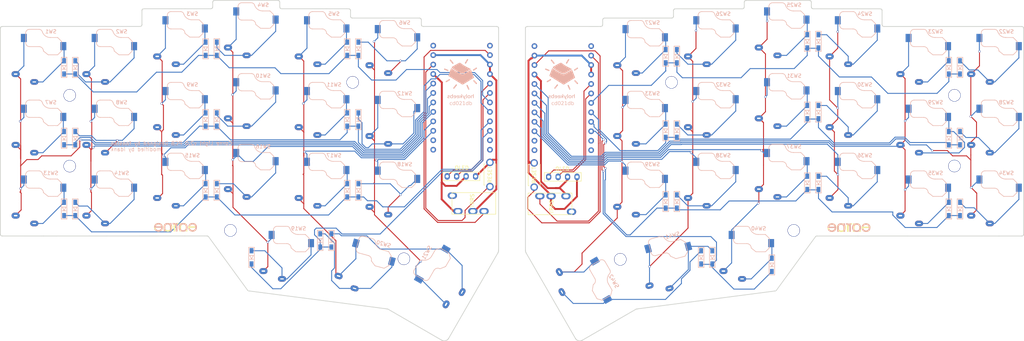
<source format=kicad_pcb>
(kicad_pcb (version 20221018) (generator pcbnew)
  (title_block (title "Corne Light") (date "2020-11-12") (rev "2.0") (company "foostan"))
  (layers (0 "F.Cu" signal) (31 "B.Cu" signal) (34 "B.Paste" user) (35 "F.Paste" user) (36 "B.SilkS" user "B.Silkscreen") (37 "F.SilkS" user "F.Silkscreen") (38 "B.Mask" user) (39 "F.Mask" user) (44 "Edge.Cuts" user))
  (net 0 "")
  (net 1 "row0")
  (net 2 "Net-(D1-Pad2)")
  (net 3 "row1")
  (net 4 "Net-(D2-Pad2)")
  (net 5 "row2")
  (net 6 "Net-(D3-Pad2)")
  (net 7 "row3")
  (net 8 "Net-(D4-Pad2)")
  (net 9 "Net-(D5-Pad2)")
  (net 10 "Net-(D6-Pad2)")
  (net 11 "Net-(D7-Pad2)")
  (net 12 "Net-(D8-Pad2)")
  (net 13 "Net-(D9-Pad2)")
  (net 14 "Net-(D10-Pad2)")
  (net 15 "Net-(D11-Pad2)")
  (net 16 "Net-(D12-Pad2)")
  (net 17 "Net-(D13-Pad2)")
  (net 18 "Net-(D14-Pad2)")
  (net 19 "Net-(D15-Pad2)")
  (net 20 "Net-(D16-Pad2)")
  (net 21 "Net-(D17-Pad2)")
  (net 22 "Net-(D18-Pad2)")
  (net 23 "Net-(D19-Pad2)")
  (net 24 "Net-(D20-Pad2)")
  (net 25 "Net-(D21-Pad2)")
  (net 26 "GND")
  (net 27 "VCC")
  (net 28 "col0")
  (net 29 "col1")
  (net 30 "col2")
  (net 31 "col3")
  (net 32 "col4")
  (net 33 "col5")
  (net 34 "data")
  (net 35 "reset")
  (net 36 "SCL")
  (net 37 "SDA")
  (net 38 "Net-(U1-Pad14)")
  (net 39 "Net-(U1-Pad13)")
  (net 40 "Net-(U1-Pad12)")
  (net 41 "Net-(U1-Pad11)")
  (net 42 "Net-(J1-PadA)")
  (net 43 "Net-(U1-Pad24)")
  (net 44 "Net-(D22-Pad2)")
  (net 45 "row0_r")
  (net 46 "Net-(D23-Pad2)")
  (net 47 "Net-(D24-Pad2)")
  (net 48 "Net-(D25-Pad2)")
  (net 49 "Net-(D26-Pad2)")
  (net 50 "Net-(D27-Pad2)")
  (net 51 "row1_r")
  (net 52 "Net-(D28-Pad2)")
  (net 53 "Net-(D29-Pad2)")
  (net 54 "Net-(D30-Pad2)")
  (net 55 "Net-(D31-Pad2)")
  (net 56 "Net-(D32-Pad2)")
  (net 57 "Net-(D33-Pad2)")
  (net 58 "row2_r")
  (net 59 "Net-(D34-Pad2)")
  (net 60 "Net-(D35-Pad2)")
  (net 61 "Net-(D36-Pad2)")
  (net 62 "Net-(D37-Pad2)")
  (net 63 "Net-(D38-Pad2)")
  (net 64 "Net-(D39-Pad2)")
  (net 65 "Net-(D40-Pad2)")
  (net 66 "row3_r")
  (net 67 "Net-(D41-Pad2)")
  (net 68 "Net-(D42-Pad2)")
  (net 69 "data_r")
  (net 70 "Net-(J6-PadA)")
  (net 71 "SDA_r")
  (net 72 "SCL_r")
  (net 73 "reset_r")
  (net 74 "col0_r")
  (net 75 "col1_r")
  (net 76 "col2_r")
  (net 77 "col3_r")
  (net 78 "col4_r")
  (net 79 "col5_r")
  (net 80 "Net-(U2-Pad24)")
  (net 81 "Net-(U2-Pad14)")
  (net 82 "Net-(U2-Pad13)")
  (net 83 "Net-(U2-Pad12)")
  (net 84 "Net-(U2-Pad11)")
  (net 85 "VDD")
  (net 86 "GNDA")
  (net 87 "Net-(U1-Pad1)")
  (net 88 "Net-(U2-Pad1)")
  (footprint "kbd:MJ-4PP-9_1side" (layer "F.Cu") (at 146.2145 84.432 -90)
    (fp_text reference "J1")
    (fp_text value "MJ-4PP-9" hide)
  )
  (footprint "kbd:MJ-4PP-9_1side" (layer "F.Cu") (at 154.607847 84.565432 90)
    (fp_text reference "J6")
    (fp_text value "MJ-4PP-9" hide)
  )
  (footprint "kbd:ResetSW_1side" (layer "F.Cu") (at 156.374847 76.817432 -90)
    (fp_text reference "RSW2" hide)
    (fp_text value "SW_PUSH")
  )
  (footprint "keyswitches:Kailh_socket_PG1350_optional_oval_smaller_hotswap" (layer "F.Cu") (at 278.684847 45.920432)
    (fp_text reference "SW22" hide)
    (fp_text value "SW_PUSH")
  )
  (footprint "keyswitches:Kailh_socket_PG1350_optional_oval_smaller_hotswap" (layer "F.Cu") (at 259.684847 45.920432)
    (fp_text reference "SW23" hide)
    (fp_text value "SW_PUSH")
  )
  (footprint "keyswitches:Kailh_socket_PG1350_optional_oval_smaller_hotswap" (layer "F.Cu") (at 240.684847 41.170432)
    (fp_text reference "SW24" hide)
    (fp_text value "SW_PUSH")
  )
  (footprint "keyswitches:Kailh_socket_PG1350_optional_oval_smaller_hotswap" (layer "F.Cu") (at 221.684847 38.795432)
    (fp_text reference "SW25" hide)
    (fp_text value "SW_PUSH")
  )
  (footprint "keyswitches:Kailh_socket_PG1350_optional_oval_smaller_hotswap" (layer "F.Cu") (at 202.684847 41.170432)
    (fp_text reference "SW26" hide)
    (fp_text value "SW_PUSH")
  )
  (footprint "keyswitches:Kailh_socket_PG1350_optional_oval_smaller_hotswap" (layer "F.Cu") (at 183.684847 43.545432)
    (fp_text reference "SW27" hide)
    (fp_text value "SW_PUSH")
  )
  (footprint "keyswitches:Kailh_socket_PG1350_optional_oval_smaller_hotswap" (layer "F.Cu") (at 278.684847 64.920432)
    (fp_text reference "SW28" hide)
    (fp_text value "SW_PUSH")
  )
  (footprint "keyswitches:Kailh_socket_PG1350_optional_oval_smaller_hotswap" (layer "F.Cu") (at 259.684847 64.920432)
    (fp_text reference "SW29" hide)
    (fp_text value "SW_PUSH")
  )
  (footprint "keyswitches:Kailh_socket_PG1350_optional_oval_smaller_hotswap" (layer "F.Cu") (at 240.684847 60.170432)
    (fp_text reference "SW30" hide)
    (fp_text value "SW_PUSH")
  )
  (footprint "keyswitches:Kailh_socket_PG1350_optional_oval_smaller_hotswap" (layer "F.Cu") (at 221.684847 57.795432)
    (fp_text reference "SW31" hide)
    (fp_text value "SW_PUSH")
  )
  (footprint "keyswitches:Kailh_socket_PG1350_optional_oval_smaller_hotswap" (layer "F.Cu") (at 202.684847 60.170432)
    (fp_text reference "SW32" hide)
    (fp_text value "SW_PUSH")
  )
  (footprint "keyswitches:Kailh_socket_PG1350_optional_oval_smaller_hotswap" (layer "F.Cu") (at 183.684847 62.545432)
    (fp_text reference "SW33" hide)
    (fp_text value "SW_PUSH")
  )
  (footprint "keyswitches:Kailh_socket_PG1350_optional_oval_smaller_hotswap" (layer "F.Cu") (at 278.684847 83.920432)
    (fp_text reference "SW34" hide)
    (fp_text value "SW_PUSH")
  )
  (footprint "keyswitches:Kailh_socket_PG1350_optional_oval_smaller_hotswap" (layer "F.Cu") (at 259.684847 83.920432)
    (fp_text reference "SW35" hide)
    (fp_text value "SW_PUSH")
  )
  (footprint "keyswitches:Kailh_socket_PG1350_optional_oval_smaller_hotswap" (layer "F.Cu") (at 240.684847 79.170432)
    (fp_text reference "SW36" hide)
    (fp_text value "SW_PUSH")
  )
  (footprint "keyswitches:Kailh_socket_PG1350_optional_oval_smaller_hotswap" (layer "F.Cu") (at 221.684847 76.795432)
    (fp_text reference "SW37" hide)
    (fp_text value "SW_PUSH")
  )
  (footprint "keyswitches:Kailh_socket_PG1350_optional_oval_smaller_hotswap" (layer "F.Cu") (at 202.684847 79.170432)
    (fp_text reference "SW38" hide)
    (fp_text value "SW_PUSH")
  )
  (footprint "keyswitches:Kailh_socket_PG1350_optional_oval_smaller_hotswap" (layer "F.Cu") (at 212.184847 98.795432)
    (fp_text reference "SW40" hide)
    (fp_text value "SW_PUSH")
  )
  (footprint "keyswitches:Kailh_socket_PG1350_optional_oval_smaller_hotswap" (layer "F.Cu") (at 191.184847 101.545432 15)
    (fp_text reference "SW41" hide)
    (fp_text value "SW_PUSH")
  )
  (footprint "keyswitches:Kailh_socket_PG1350_optional_oval_smaller_hotswap" (layer "F.Cu") (at 183.684847 81.545432)
    (fp_text reference "SW39" hide)
    (fp_text value "SW_PUSH")
  )
  (footprint "kbd:ProMicro_v3" (layer "F.Cu") (at 136.8925 56.56)
    (fp_text reference "U1" hide)
    (fp_text value "ProMicro" hide)
  )
  (footprint "kbd:ProMicro_v3" (layer "F.Cu") (at 164.062847 56.686432)
    (fp_text reference "U2" hide)
    (fp_text value "ProMicro" hide)
  )
  (footprint "keyswitches:Kailh_socket_PG1350_optional_oval_smaller_hotswap" (layer "F.Cu") (at 117.1875 43.545)
    (fp_text reference "SW6" hide)
    (fp_text value "SW_PUSH")
  )
  (footprint "keyswitches:Kailh_socket_PG1350_optional_oval_smaller_hotswap" (layer "F.Cu") (at 98.1875 41.17)
    (fp_text reference "SW5" hide)
    (fp_text value "SW_PUSH")
  )
  (footprint "keyswitches:Kailh_socket_PG1350_optional_oval_smaller_hotswap" (layer "F.Cu") (at 79.1875 38.795)
    (fp_text reference "SW4" hide)
    (fp_text value "SW_PUSH")
  )
  (footprint "keyswitches:Kailh_socket_PG1350_optional_oval_smaller_hotswap" (layer "F.Cu") (at 60.1875 41.17)
    (fp_text reference "SW3" hide)
    (fp_text value "SW_PUSH")
  )
  (footprint "keyswitches:Kailh_socket_PG1350_optional_oval_smaller_hotswap" (layer "F.Cu") (at 41.1875 45.92)
    (fp_text reference "SW2" hide)
    (fp_text value "SW_PUSH")
  )
  (footprint "keyswitches:Kailh_socket_PG1350_optional_oval_smaller_hotswap" (layer "F.Cu") (at 117.1875 81.545)
    (fp_text reference "SW18" hide)
    (fp_text value "SW_PUSH")
  )
  (footprint "keyswitches:Kailh_socket_PG1350_optional_oval_smaller_hotswap" (layer "F.Cu") (at 131.9375 105.295 60)
    (fp_text reference "SW21" hide)
    (fp_text value "SW_PUSH")
  )
  (footprint "keyswitches:Kailh_socket_PG1350_optional_oval_smaller_hotswap" (layer "F.Cu") (at 22.1875 83.92)
    (fp_text reference "SW13" hide)
    (fp_text value "SW_PUSH")
  )
  (footprint "keyswitches:Kailh_socket_PG1350_optional_oval_smaller_hotswap" (layer "F.Cu") (at 109.6875 101.545 -15)
    (fp_text reference "SW20" hide)
    (fp_text value "SW_PUSH")
  )
  (footprint "keyswitches:Kailh_socket_PG1350_optional_oval_smaller_hotswap" (layer "F.Cu") (at 88.6875 98.795)
    (fp_text reference "SW19" hide)
    (fp_text value "SW_PUSH")
  )
  (footprint "keyswitches:Kailh_socket_PG1350_optional_oval_smaller_hotswap" (layer "F.Cu") (at 98.1875 79.17)
    (fp_text reference "SW17" hide)
    (fp_text value "SW_PUSH")
  )
  (footprint "keyswitches:Kailh_socket_PG1350_optional_oval_smaller_hotswap" (layer "F.Cu") (at 79.1875 76.795)
    (fp_text reference "SW16" hide)
    (fp_text value "SW_PUSH")
  )
  (footprint "keyswitches:Kailh_socket_PG1350_optional_oval_smaller_hotswap" (layer "F.Cu") (at 60.1875 79.17)
    (fp_text reference "SW15" hide)
    (fp_text value "SW_PUSH")
  )
  (footprint "keyswitches:Kailh_socket_PG1350_optional_oval_smaller_hotswap" (layer "F.Cu") (at 41.1875 83.92)
    (fp_text reference "SW14" hide)
    (fp_text value "SW_PUSH")
  )
  (footprint "keyswitches:Kailh_socket_PG1350_optional_oval_smaller_hotswap" (layer "F.Cu") (at 117.1875 62.545)
    (fp_text reference "SW12" hide)
    (fp_text value "SW_PUSH")
  )
  (footprint "keyswitches:Kailh_socket_PG1350_optional_oval_smaller_hotswap" (layer "F.Cu") (at 98.1875 60.17)
    (fp_text reference "SW11" hide)
    (fp_text value "SW_PUSH")
  )
  (footprint "keyswitches:Kailh_socket_PG1350_optional_oval_smaller_hotswap" (layer "F.Cu") (at 79.1875 57.795)
    (fp_text reference "SW10" hide)
    (fp_text value "SW_PUSH")
  )
  (footprint "keyswitches:Kailh_socket_PG1350_optional_oval_smaller_hotswap" (layer "F.Cu") (at 60.1875 60.17)
    (fp_text reference "SW9" hide)
    (fp_text value "SW_PUSH")
  )
  (footprint "keyswitches:Kailh_socket_PG1350_optional_oval_smaller_hotswap" (layer "F.Cu") (at 41.1875 64.92)
    (fp_text reference "SW8" hide)
    (fp_text value "SW_PUSH")
  )
  (footprint "keyswitches:Kailh_socket_PG1350_optional_oval_smaller_hotswap" (layer "F.Cu") (at 22.1875 64.92)
    (fp_text reference "SW7" hide)
    (fp_text value "SW_PUSH")
  )
  (footprint "keyswitches:Kailh_socket_PG1350_optional_oval_smaller_hotswap" (layer "F.Cu") (at 22.1875 45.92)
    (fp_text reference "SW1" hide)
    (fp_text value "SW_PUSH")
  )
  (footprint "kbd:thread_m2" (layer "F.Cu") (at 156.330847 93.085432)
    (fp_text reference "Ref**" hide)
    (fp_text value "Val**" hide)
  )
  (footprint "kbd:thread_m2" (layer "F.Cu") (at 170.889847 84.542432)
    (fp_text reference "Ref**" hide)
    (fp_text value "Val**" hide)
  )
  (footprint "keyswitches:Kailh_socket_PG1350_optional_oval_smaller_hotswap" (layer "F.Cu") (at 168.934847 105.295432 -60)
    (fp_text reference "SW42" hide)
    (fp_text value "SW_PUSH")
  )
  (footprint "kbd:OLED_1side" (layer "F.Cu") (at 133.0285 77.168)
    (fp_text reference "J2")
    (fp_text value "OLED" hide)
  )
  (footprint "kbd:ResetSW_1side" (layer "F.Cu") (at 144.5045 76.671 -90)
    (fp_text reference "RSW1" hide)
    (fp_text value "SW_PUSH")
  )
  (footprint "kbd:OLED_1side" (layer "F.Cu") (at 160.2575 77.31)
    (fp_text reference "J7")
    (fp_text value "OLED" hide)
  )
  (footprint "kbd:corne-logo-horizontal" (layer "F.Cu") (at 60.2175 90.93)
    (fp_text reference "G***" hide)
    (fp_text value "LOGO" hide)
  )
  (footprint "kbd:corne-logo-horizontal" (layer "F.Cu") (at 240.9975 91.01)
    (fp_text reference "G***" hide)
    (fp_text value "LOGO" hide)
  )
  (footprint "holykeebs:M2_SPACER" (layer "F.Cu") (at 269.1825 74.395)
    (fp_text reference "REF**" hide)
    (fp_text value "M2_SPACER" hide)
  )
  (footprint "kbd:D3_SMD_v2" (layer "B.Cu") (at 270.684847 85.920432 90)
    (fp_text reference "D34" hide)
    (fp_text value "D" hide)
  )
  (footprint "kbd:D3_SMD_v2" (layer "B.Cu") (at 232.684847 78.920432 90)
    (fp_text reference "D36" hide)
    (fp_text value "D" hide)
  )
  (footprint "kbd:D3_SMD_v2" (layer "B.Cu") (at 229.684847 78.915432 90)
    (fp_text reference "D37" hide)
    (fp_text value "D" hide)
  )
  (footprint "kbd:D3_SMD_v2" (layer "B.Cu") (at 194.684847 83.920432 90)
    (fp_text reference "D38" hide)
    (fp_text value "D" hide)
  )
  (footprint "kbd:D3_SMD_v2" (layer "B.Cu") (at 191.684847 83.920432 90)
    (fp_text reference "D39" hide)
    (fp_text value "D" hide)
  )
  (footprint "kbd:D3_SMD_v2" (layer "B.Cu") (at 220.184847 100.930432 90)
    (fp_text reference "D40" hide)
    (fp_text value "D" hide)
  )
  (footprint "kbd:D3_SMD_v2" (layer "B.Cu") (at 204.194847 98.915432 90)
    (fp_text reference "D41" hide)
    (fp_text value "D" hide)
  )
  (footprint "kbd:D3_SMD_v2" (layer "B.Cu") (at 201.194847 98.915432 90)
    (fp_text reference "D42" hide)
    (fp_text value "D" hide)
  )
  (footprint "kbd:D3_SMD_v2" (layer "B.Cu") (at 270.684847 47.920432 90)
    (fp_text reference "D22" hide)
    (fp_text value "D" hide)
  )
  (footprint "kbd:D3_SMD_v2" (layer "B.Cu") (at 267.684847 47.920432 90)
    (fp_text reference "D23" hide)
    (fp_text value "D" hide)
  )
  (footprint "kbd:D3_SMD_v2" (layer "B.Cu") (at 232.684847 40.920432 90)
    (fp_text reference "D24" hide)
    (fp_text value "D" hide)
  )
  (footprint "kbd:D3_SMD_v2" (layer "B.Cu") (at 229.684847 40.915432 90)
    (fp_text reference "D25" hide)
    (fp_text value "D" hide)
  )
  (footprint "kbd:D3_SMD_v2" (layer "B.Cu") (at 194.684847 44.920432 90)
    (fp_text reference "D26" hide)
    (fp_text value "D" hide)
  )
  (footprint "kbd:D3_SMD_v2" (layer "B.Cu") (at 191.684847 44.920432 90)
    (fp_text reference "D27" hide)
    (fp_text value "D" hide)
  )
  (footprint "kbd:D3_SMD_v2" (layer "B.Cu") (at 270.684847 66.920432 90)
    (fp_text reference "D28" hide)
    (fp_text value "D" hide)
  )
  (footprint "kbd:D3_SMD_v2" (layer "B.Cu") (at 267.684847 66.920432 90)
    (fp_text reference "D29" hide)
    (fp_text value "D" hide)
  )
  (footprint "kbd:D3_SMD_v2" (layer "B.Cu") (at 232.684847 59.920432 90)
    (fp_text reference "D30" hide)
    (fp_text value "D" hide)
  )
  (footprint "kbd:D3_SMD_v2" (layer "B.Cu") (at 229.684847 59.915432 90)
    (fp_text reference "D31" hide)
    (fp_text value "D" hide)
  )
  (footprint "kbd:D3_SMD_v2" (layer "B.Cu") (at 194.684847 64.920432 90)
    (fp_text reference "D32" hide)
    (fp_text value "D" hide)
  )
  (footprint "kbd:D3_SMD_v2" (layer "B.Cu") (at 33.1875 85.92 90)
    (fp_text reference "D14" hide)
    (fp_text value "D" hide)
  )
  (footprint "kbd:D3_SMD_v2" (layer "B.Cu") (at 33.1875 66.92 90)
    (fp_text reference "D8" hide)
    (fp_text value "D" hide)
  )
  (footprint "kbd:D3_SMD_v2" (layer "B.Cu") (at 33.1875 47.92 90)
    (fp_text reference "D2" hide)
    (fp_text value "D" hide)
  )
  (footprint "kbd:D3_SMD_v2" (layer "B.Cu") (at 191.684847 64.920432 90)
    (fp_text reference "D33" hide)
    (fp_text value "D" hide)
  )
  (footprint "kbd:D3_SMD_v2" (layer "B.Cu") (at 101.9425 94.365 90)
    (fp_text reference "D21" hide)
    (fp_text value "D" hide)
  )
  (footprint "kbd:D3_SMD_v2" (layer "B.Cu") (at 98.9425 94.365 90)
    (fp_text reference "D20" hide)
    (fp_text value "D" hide)
  )
  (footprint "kbd:D3_SMD_v2" (layer "B.Cu") (at 80.5075 98.91 90)
    (fp_text reference "D19" hide)
    (fp_text value "D" hide)
  )
  (footprint "kbd:D3_SMD_v2" (layer "B.Cu") (at 109.1875 80.92 90)
    (fp_text reference "D18" hide)
    (fp_text value "D" hide)
  )
  (footprint "kbd:D3_SMD_v2" (layer "B.Cu") (at 106.1875 80.92 90)
    (fp_text reference "D17" hide)
    (fp_text value "D" hide)
  )
  (footprint "kbd:D3_SMD_v2" (layer "B.Cu") (at 71.1875 80.915 90)
    (fp_text reference "D16" hide)
    (fp_text value "D" hide)
  )
  (footprint "kbd:D3_SMD_v2" (layer "B.Cu") (at 68.1875 80.92 90)
    (fp_text reference "D15" hide)
    (fp_text value "D" hide)
  )
  (footprint "kbd:D3_SMD_v2" (layer "B.Cu") (at 30.1875 85.916875 90)
    (fp_text reference "D13" hide)
    (fp_text value "D" hide)
  )
  (footprint "kbd:D3_SMD_v2" (layer "B.Cu") (at 109.1875 61.92 90)
    (fp_text reference "D12" hide)
    (fp_text value "D" hide)
  )
  (footprint "kbd:D3_SMD_v2" (layer "B.Cu") (at 106.1875 61.92 90)
    (fp_text reference "D11" hide)
    (fp_text value "D" hide)
  )
  (footprint "kbd:D3_SMD_v2" (layer "B.Cu") (at 71.1875 61.915 90)
    (fp_text reference "D10" hide)
    (fp_text value "D" hide)
  )
  (footprint "kbd:D3_SMD_v2" (layer "B.Cu") (at 68.1875 61.92 90)
    (fp_text reference "D9" hide)
    (fp_text value "D" hide)
  )
  (footprint "kbd:D3_SMD_v2" (layer "B.Cu") (at 30.1875 66.916875 90)
    (fp_text reference "D7" hide)
    (fp_text value "D" hide)
  )
  (footprint "kbd:D3_SMD_v2" (layer "B.Cu") (at 109.1875 42.92 90)
    (fp_text reference "D6" hide)
    (fp_text value "D" hide)
  )
  (footprint "kbd:D3_SMD_v2" (layer "B.Cu") (at 106.1875 42.92 90)
    (fp_text reference "D5" hide)
    (fp_text value "D" hide)
  )
  (footprint "kbd:D3_SMD_v2" (layer "B.Cu") (at 71.1875 42.915 90)
    (fp_text reference "D4" hide)
    (fp_text value "D" hide)
  )
  (footprint "kbd:D3_SMD_v2" (layer "B.Cu") (at 68.1875 42.92 90)
    (fp_text reference "D3" hide)
    (fp_text value "D" hide)
  )
  (footprint "kbd:D3_SMD_v2" (layer "B.Cu") (at 30.1875 47.916875 90)
    (fp_text reference "D1" hide)
    (fp_text value "D" hide)
  )
  (footprint "kbd:D3_SMD_v2" (layer "B.Cu") (at 267.684847 85.920432 90)
    (fp_text reference "D35" hide)
    (fp_text value "D" hide)
  )
  (footprint "holykeebs:M2_SPACER" (layer "B.Cu") (at 31.6955 74.4205 180)
    (fp_text reference "Ref**" hide)
    (fp_text value "Val**" hide)
  )
  (footprint "holykeebs:M2_SPACER" (layer "B.Cu") (at 107.6505 51.9305 180)
    (fp_text reference "Ref**" hide)
    (fp_text value "Val**" hide)
  )
  (footprint "holykeebs:M2_SPACER" (layer "B.Cu") (at 31.6955 55.4205 180)
    (fp_text reference "Ref**" hide)
    (fp_text value "Val**" hide)
  )
  (footprint "holykeebs:M2_SPACER" (layer "B.Cu") (at 74.8395 91.6855 180)
    (fp_text reference "Ref**" hide)
    (fp_text value "Val**" hide)
  )
  (footprint "holykeebs:M2_SPACER" (layer "B.Cu") (at 121.4055 99.3 180)
    (fp_text reference "Ref**" hide)
    (fp_text value "Val**" hide)
  )
  (footprint "kbd:thread_m2" (layer "B.Cu") (at 129.9445 84.419 180)
    (fp_text reference "Ref**" hide)
    (fp_text value "Val**" hide)
  )
  (footprint "kbd:thread_m2" (layer "B.Cu") (at 144.3765 92.94 180)
    (fp_text reference "Ref**" hide)
    (fp_text value "Val**" hide)
  )
  (footprint "holykeebs:M2_SPACER" (layer "B.Cu") (at 193.235847 51.936932 180)
    (fp_text reference "Ref**" hide)
    (fp_text value "Val**" hide)
  )
  (footprint "holykeebs:M2_SPACER" (layer "B.Cu") (at 179.485847 99.446932 180)
    (fp_text reference "Ref**" hide)
    (fp_text value "Val**" hide)
  )
  (footprint "holykeebs:M2_SPACER" (layer "B.Cu") (at 226.055847 91.696932 180)
    (fp_text reference "Ref**" hide)
    (fp_text value "Val**" hide)
  )
  (footprint "holykeebs:M2_SPACER" (layer "B.Cu") (at 269.195847 55.426932 180)
    (fp_text reference "Ref**" hide)
    (fp_text value "Val**" hide)
  )
  (footprint "kbd:corne-logo-horizontal" (layer "B.Cu") (at 59.9875 90.93 180)
    (fp_text reference "G***" hide)
    (fp_text value "LOGO" hide)
  )
  (footprint "kbd:corne-logo-horizontal" (layer "B.Cu") (at 240.7675 91.01 180)
    (fp_text reference "G***" hide)
    (fp_text value "LOGO" hide)
  )
  (footprint "holykeebs:logo .5x" (layer "B.Cu") (at 136.5925 50.675 180)
    (fp_text reference "REF**" hide)
    (fp_text value "logo big" hide)
  )
  (footprint "holykeebs:logo .5x" (layer "B.Cu") (at 163.7225 50.675 180)
    (fp_text reference "REF**" hide)
    (fp_text value "logo big" hide)
  )
  (gr_line (start 146.633773 37.028537) (end 146.501693 36.959958) (stroke (width 0.2)) (layer "Edge.Cuts"))
  (gr_line (start 212.772768 30.437244) (end 212.803248 30.267064) (stroke (width 0.2)) (layer "Edge.Cuts"))
  (gr_line (start 107.286672 34.57998) (end 107.416212 34.6511) (stroke (width 0.2)) (layer "Edge.Cuts"))
  (gr_line (start 249.871971 36.736438) (end 249.800851 36.604358) (stroke (width 0.2)) (layer "Edge.Cuts"))
  (gr_line (start 133.324186 120.792575) (end 133.380066 120.716375) (stroke (width 0.2)) (layer "Edge.Cuts"))
  (gr_line (start 68.58473 93.16) (end 62.625896 93.16) (stroke (width 0.2)) (layer "Edge.Cuts"))
  (gr_line (start 221.114119 107.930027) (end 221.022679 107.937647) (stroke (width 0.2)) (layer "Edge.Cuts"))
  (gr_line (start 126.285853 36.830418) (end 126.415393 36.901538) (stroke (width 0.2)) (layer "Edge.Cuts"))
  (gr_line (start 51.084147 36.431638) (end 51.084147 36.429098) (stroke (width 0.2)) (layer "Edge.Cuts"))
  (gr_line (start 146.735373 97.500798) (end 146.783633 97.343318) (stroke (width 0.2)) (layer "Edge.Cuts"))
  (gr_line (start 213.273147 29.936864) (end 213.273147 29.936864) (stroke (width 0.2)) (layer "Edge.Cuts"))
  (gr_line (start 87.754091 29.959724) (end 87.583911 29.929244) (stroke (width 0.2)) (layer "Edge.Cuts"))
  (gr_line (start 70.413528 29.959724) (end 70.283988 30.030844) (stroke (width 0.2)) (layer "Edge.Cuts"))
  (gr_line (start 249.272532 32.187302) (end 243.146058 32.187302) (stroke (width 0.2)) (layer "Edge.Cuts"))
  (gr_line (start 168.820651 121.320894) (end 168.632691 121.336134) (stroke (width 0.2)) (layer "Edge.Cuts"))
  (gr_line (start 167.540492 120.807815) (end 167.479532 120.723995) (stroke (width 0.2)) (layer "Edge.Cuts"))
  (gr_line (start 126.184253 36.731358) (end 126.285853 36.830418) (stroke (width 0.2)) (layer "Edge.Cuts"))
  (gr_line (start 231.274109 32.184762) (end 243.146058 32.187302) (stroke (width 0.2)) (layer "Edge.Cuts"))
  (gr_line (start 131.718908 121.229454) (end 131.871307 121.280254) (stroke (width 0.2)) (layer "Edge.Cuts"))
  (gr_line (start 230.77373 31.686923) (end 230.77373 31.686923) (stroke (width 0.2)) (layer "Edge.Cuts"))
  (gr_line (start 167.857992 121.102454) (end 167.741152 121.016095) (stroke (width 0.2)) (layer "Edge.Cuts"))
  (gr_line (start 131.454748 121.092294) (end 131.579208 121.165954) (stroke (width 0.2)) (layer "Edge.Cuts"))
  (gr_line (start 88.284951 32.080622) (end 88.41703 32.151742) (stroke (width 0.2)) (layer "Edge.Cuts"))
  (gr_line (start 154.022626 37.437477) (end 154.053106 37.267297) (stroke (width 0.2)) (layer "Edge.Cuts"))
  (gr_line (start 146.676953 97.643038) (end 146.735373 97.500798) (stroke (width 0.2)) (layer "Edge.Cuts"))
  (gr_line (start 249.800851 36.604358) (end 249.772911 36.436718) (stroke (width 0.2)) (layer "Edge.Cuts"))
  (gr_line (start 69.585489 32.179682) (end 62.636056 32.179682) (stroke (width 0.2)) (layer "Edge.Cuts"))
  (gr_line (start 230.80167 31.854563) (end 230.77373 31.686923) (stroke (width 0.2)) (layer "Edge.Cuts"))
  (gr_line (start 167.637012 120.917035) (end 167.540492 120.807815) (stroke (width 0.2)) (layer "Edge.Cuts"))
  (gr_line (start 51.414347 32.210162) (end 51.284807 32.281282) (stroke (width 0.2)) (layer "Edge.Cuts"))
  (gr_line (start 213.273147 29.936864) (end 230.27335 29.936864) (stroke (width 0.2)) (layer "Edge.Cuts"))
  (gr_line (start 69.885209 32.080622) (end 69.986809 31.979022) (stroke (width 0.2)) (layer "Edge.Cuts"))
  (gr_line (start 175.104605 34.71714) (end 175.272245 34.68666) (stroke (width 0.2)) (layer "Edge.Cuts"))
  (gr_line (start 106.585632 32.179682) (end 100.636958 32.179682) (stroke (width 0.2)) (layer "Edge.Cuts"))
  (gr_line (start 169.277851 121.173574) (end 169.140691 121.237074) (stroke (width 0.2)) (layer "Edge.Cuts"))
  (gr_line (start 51.114627 32.512422) (end 51.084147 32.680062) (stroke (width 0.2)) (layer "Edge.Cuts"))
  (gr_line (start 287.743334 37.269837) (end 287.773814 37.437477) (stroke (width 0.2)) (layer "Edge.Cuts"))
  (gr_line (start 133.380066 120.716375) (end 133.382606 120.711295) (stroke (width 0.2)) (layer "Edge.Cuts"))
  (gr_line (start 133.126066 120.998315) (end 133.230206 120.901795) (stroke (width 0.2)) (layer "Edge.Cuts"))
  (gr_line (start 70.085868 31.679303) (end 70.085868 31.679303) (stroke (width 0.2)) (layer "Edge.Cuts"))
  (gr_line (start 154.121685 97.508418) (end 154.075966 97.353478) (stroke (width 0.2)) (layer "Edge.Cuts"))
  (gr_line (start 230.77373 30.437244) (end 230.77373 30.437244) (stroke (width 0.2)) (layer "Edge.Cuts"))
  (gr_line (start 131.871307 121.280254) (end 132.038947 121.315814) (stroke (width 0.2)) (layer "Edge.Cuts"))
  (gr_line (start 126.054713 35.009239) (end 125.983593 34.8797) (stroke (width 0.2)) (layer "Edge.Cuts"))
  (gr_line (start 13.184845 37.132677) (end 13.113725 37.262217) (stroke (width 0.2)) (layer "Edge.Cuts"))
  (gr_line (start 70.085868 30.429624) (end 70.085868 31.679303) (stroke (width 0.2)) (layer "Edge.Cuts"))
  (gr_line (start 167.741152 121.016095) (end 167.637012 120.917035) (stroke (width 0.2)) (layer "Edge.Cuts"))
  (gr_line (start 249.673851 32.387962) (end 249.744971 32.520042) (stroke (width 0.2)) (layer "Edge.Cuts"))
  (gr_line (start 13.283905 37.031077) (end 13.184845 37.132677) (stroke (width 0.2)) (layer "Edge.Cuts"))
  (gr_line (start 117.002162 112.786503) (end 116.837062 112.748403) (stroke (width 0.2)) (layer "Edge.Cuts"))
  (gr_line (start 126.585573 36.929478) (end 126.585573 36.929478) (stroke (width 0.2)) (layer "Edge.Cuts"))
  (gr_line (start 107.055532 32.509882) (end 106.984412 32.380342) (stroke (width 0.2)) (layer "Edge.Cuts"))
  (gr_line (start 146.334053 36.929478) (end 126.585573 36.929478) (stroke (width 0.2)) (layer "Edge.Cuts"))
  (gr_line (start 230.27335 29.936864) (end 230.44353 29.967344) (stroke (width 0.2)) (layer "Edge.Cuts"))
  (gr_line (start 287.273434 36.937098) (end 287.443614 36.967578) (stroke (width 0.2)) (layer "Edge.Cuts"))
  (gr_line (start 193.773586 34.18374) (end 193.773586 32.685142) (stroke (width 0.2)) (layer "Edge.Cuts"))
  (gr_line (start 50.583768 36.929478) (end 13.6975 36.929478) (stroke (width 0.2)) (layer "Edge.Cuts"))
  (gr_line (start 126.085193 35.179419) (end 126.054713 35.009239) (stroke (width 0.2)) (layer "Edge.Cuts"))
  (gr_line (start 221.375739 107.790328) (end 221.261439 107.876688) (stroke (width 0.2)) (layer "Edge.Cuts"))
  (gr_line (start 79.595619 107.869068) (end 79.745479 107.922407) (stroke (width 0.2)) (layer "Edge.Cuts"))
  (gr_line (start 221.022679 107.937647) (end 184.352736 112.707763) (stroke (width 0.2)) (layer "Edge.Cuts"))
  (gr_line (start 183.697416 112.837303) (end 183.854896 112.794123) (stroke (width 0.2)) (layer "Edge.Cuts"))
  (gr_line (start 13.085785 92.679883) (end 13.113725 92.850062) (stroke (width 0.2)) (layer "Edge.Cuts"))
  (gr_line (start 125.752454 34.70952) (end 125.584814 34.67904) (stroke (width 0.2)) (layer "Edge.Cuts"))
  (gr_line (start 70.283988 30.030844) (end 70.184928 30.132444) (stroke (width 0.2)) (layer "Edge.Cuts"))
  (gr_line (start 184.019996 112.756023) (end 184.192716 112.728083) (stroke (width 0.2)) (layer "Edge.Cuts"))
  (gr_line (start 132.414867 121.315814) (end 132.582507 121.282794) (stroke (width 0.2)) (layer "Edge.Cuts"))
  (gr_line (start 107.086012 34.1812) (end 107.113952 34.35138) (stroke (width 0.2)) (layer "Edge.Cuts"))
  (gr_line (start 24.635153 93.185342) (end 62.625896 93.16) (stroke (width 0.2)) (layer "Edge.Cuts"))
  (gr_line (start 230.67213 30.137524) (end 230.74325 30.267064) (stroke (width 0.2)) (layer "Edge.Cuts"))
  (gr_line (start 232.033569 93.248842) (end 232.180888 93.195502) (stroke (width 0.2)) (layer "Edge.Cuts"))
  (gr_line (start 126.085193 35.179419) (end 126.085193 36.429098) (stroke (width 0.2)) (layer "Edge.Cuts"))
  (gr_line (start 174.975065 34.78572) (end 175.104605 34.71714) (stroke (width 0.2)) (layer "Edge.Cuts"))
  (gr_line (start 154.251225 97.785277) (end 154.182645 97.653198) (stroke (width 0.2)) (layer "Edge.Cuts"))
  (gr_line (start 212.673708 31.989182) (end 212.572108 32.088242) (stroke (width 0.2)) (layer "Edge.Cuts"))
  (gr_line (start 212.272388 32.187302) (end 205.236595 32.187302) (stroke (width 0.2)) (layer "Edge.Cuts"))
  (gr_line (start 51.183207 32.382882) (end 51.114627 32.512422) (stroke (width 0.2)) (layer "Edge.Cuts"))
  (gr_line (start 146.816653 97.175678) (end 146.834433 96.990258) (stroke (width 0.2)) (layer "Edge.Cuts"))
  (gr_line (start 107.185072 34.48092) (end 107.286672 34.57998) (stroke (width 0.2)) (layer "Edge.Cuts"))
  (gr_line (start 167.479532 120.723995) (end 167.474452 120.718915) (stroke (width 0.2)) (layer "Edge.Cuts"))
  (gr_line (start 107.113952 34.35138) (end 107.185072 34.48092) (stroke (width 0.2)) (layer "Edge.Cuts"))
  (gr_line (start 126.085193 36.429098) (end 126.115673 36.601818) (stroke (width 0.2)) (layer "Edge.Cuts"))
  (gr_line (start 194.273966 32.184762) (end 205.236595 32.187302) (stroke (width 0.2)) (layer "Edge.Cuts"))
  (gr_line (start 174.873465 34.88732) (end 174.975065 34.78572) (stroke (width 0.2)) (layer "Edge.Cuts"))
  (gr_line (start 231.919269 93.332662) (end 232.033569 93.248842) (stroke (width 0.2)) (layer "Edge.Cuts"))
  (gr_line (start 133.004146 121.092294) (end 133.126066 120.998315) (stroke (width 0.2)) (layer "Edge.Cuts"))
  (gr_line (start 50.985087 36.728818) (end 51.056207 36.599278) (stroke (width 0.2)) (layer "Edge.Cuts"))
  (gr_line (start 68.93779 93.327582) (end 79.481319 107.782708) (stroke (width 0.2)) (layer "Edge.Cuts"))
  (gr_line (start 175.272245 34.68412) (end 193.273207 34.68412) (stroke (width 0.2)) (layer "Edge.Cuts"))
  (gr_line (start 79.481319 107.782708) (end 79.595619 107.869068) (stroke (width 0.2)) (layer "Edge.Cuts"))
  (gr_line (start 69.755669 32.151742) (end 69.885209 32.080622) (stroke (width 0.2)) (layer "Edge.Cuts"))
  (gr_line (start 88.084291 31.679303) (end 88.114771 31.852023) (stroke (width 0.2)) (layer "Edge.Cuts"))
  (gr_line (start 212.772768 31.684383) (end 212.772768 30.437244) (stroke (width 0.2)) (layer "Edge.Cuts"))
  (gr_line (start 13.085785 37.429857) (end 13.085785 37.429857) (stroke (width 0.2)) (layer "Edge.Cuts"))
  (gr_line (start 132.879686 121.165954) (end 133.004146 121.092294) (stroke (width 0.2)) (layer "Edge.Cuts"))
  (gr_line (start 154.225825 37.036157) (end 154.355365 36.965038) (stroke (width 0.2)) (layer "Edge.Cuts"))
  (gr_line (start 287.273434 93.187882) (end 281.14696 93.187882) (stroke (width 0.2)) (layer "Edge.Cuts"))
  (gr_line (start 13.413444 36.959958) (end 13.283905 37.031077) (stroke (width 0.2)) (layer "Edge.Cuts"))
  (gr_line (start 167.984992 121.176114) (end 167.857992 121.102454) (stroke (width 0.2)) (layer "Edge.Cuts"))
  (gr_line (start 79.834379 107.930027) (end 116.504323 112.700143) (stroke (width 0.2)) (layer "Edge.Cuts"))
  (gr_line (start 287.773814 37.437477) (end 287.773814 92.684963) (stroke (width 0.2)) (layer "Edge.Cuts"))
  (gr_line (start 287.273434 93.187882) (end 287.273434 93.187882) (stroke (width 0.2)) (layer "Edge.Cuts"))
  (gr_line (start 154.075966 97.353478) (end 154.042946 97.188378) (stroke (width 0.2)) (layer "Edge.Cuts"))
  (gr_line (start 125.884533 34.78064) (end 125.752454 34.70952) (stroke (width 0.2)) (layer "Edge.Cuts"))
  (gr_line (start 70.583708 29.929244) (end 70.413528 29.959724) (stroke (width 0.2)) (layer "Edge.Cuts"))
  (gr_line (start 117.159642 112.829683) (end 131.454748 121.092294) (stroke (width 0.2)) (layer "Edge.Cuts"))
  (gr_line (start 212.803248 30.267064) (end 212.874367 30.137524) (stroke (width 0.2)) (layer "Edge.Cuts"))
  (gr_line (start 174.571205 36.838038) (end 174.441665 36.909158) (stroke (width 0.2)) (layer "Edge.Cuts"))
  (gr_line (start 50.886027 36.830418) (end 50.985087 36.728818) (stroke (width 0.2)) (layer "Edge.Cuts"))
  (gr_line (start 249.971031 36.835498) (end 249.871971 36.736438) (stroke (width 0.2)) (layer "Edge.Cuts"))
  (gr_line (start 51.284807 32.281282) (end 51.183207 32.382882) (stroke (width 0.2)) (layer "Edge.Cuts"))
  (gr_line (start 174.771865 35.187039) (end 174.771865 36.436718) (stroke (width 0.2)) (layer "Edge.Cuts"))
  (gr_line (start 213.102967 29.967344) (end 213.273147 29.936864) (stroke (width 0.2)) (layer "Edge.Cuts"))
  (gr_line (start 287.441074 93.157402) (end 287.273434 93.187882) (stroke (width 0.2)) (layer "Edge.Cuts"))
  (gr_line (start 50.756488 36.901538) (end 50.886027 36.830418) (stroke (width 0.2)) (layer "Edge.Cuts"))
  (gr_line (start 154.022626 37.434937) (end 154.022626 96.908978) (stroke (width 0.2)) (layer "Edge.Cuts"))
  (gr_line (start 70.085868 30.429624) (end 70.085868 30.429624) (stroke (width 0.2)) (layer "Edge.Cuts"))
  (gr_line (start 232.272328 93.187882) (end 243.245117 93.185342) (stroke (width 0.2)) (layer "Edge.Cuts"))
  (gr_line (start 231.919269 93.332662) (end 221.375739 107.790328) (stroke (width 0.2)) (layer "Edge.Cuts"))
  (gr_line (start 88.084291 31.679303) (end 88.084291 30.429624) (stroke (width 0.2)) (layer "Edge.Cuts"))
  (gr_line (start 69.986809 31.979022) (end 70.055389 31.849483) (stroke (width 0.2)) (layer "Edge.Cuts"))
  (gr_line (start 133.230206 120.901795) (end 133.324186 120.792575) (stroke (width 0.2)) (layer "Edge.Cuts"))
  (gr_line (start 249.572251 32.288902) (end 249.673851 32.387962) (stroke (width 0.2)) (layer "Edge.Cuts"))
  (gr_line (start 193.872646 32.387962) (end 193.974246 32.286362) (stroke (width 0.2)) (layer "Edge.Cuts"))
  (gr_line (start 287.443614 36.967578) (end 287.573154 37.038697) (stroke (width 0.2)) (layer "Edge.Cuts"))
  (gr_line (start 193.671986 34.48854) (end 193.570387 34.5876) (stroke (width 0.2)) (layer "Edge.Cuts"))
  (gr_line (start 88.185891 31.981562) (end 88.284951 32.080622) (stroke (width 0.2)) (layer "Edge.Cuts"))
  (gr_line (start 24.635153 93.185342) (end 13.586164 93.180262) (stroke (width 0.2)) (layer "Edge.Cuts"))
  (gr_line (start 250.103111 36.906618) (end 249.971031 36.835498) (stroke (width 0.2)) (layer "Edge.Cuts"))
  (gr_line (start 69.585489 32.179682) (end 69.755669 32.151742) (stroke (width 0.2)) (layer "Edge.Cuts"))
  (gr_line (start 131.579208 121.165954) (end 131.718908 121.229454) (stroke (width 0.2)) (layer "Edge.Cuts"))
  (gr_line (start 193.974246 32.286362) (end 194.106326 32.215242) (stroke (width 0.2)) (layer "Edge.Cuts"))
  (gr_line (start 287.773814 92.687503) (end 287.743334 92.857682) (stroke (width 0.2)) (layer "Edge.Cuts"))
  (gr_line (start 249.772911 32.685142) (end 249.772911 36.436718) (stroke (width 0.2)) (layer "Edge.Cuts"))
  (gr_line (start 174.672805 36.738978) (end 174.571205 36.838038) (stroke (width 0.2)) (layer "Edge.Cuts"))
  (gr_line (start 230.87279 31.986642) (end 230.80167 31.854563) (stroke (width 0.2)) (layer "Edge.Cuts"))
  (gr_line (start 68.67363 93.187882) (end 68.58473 93.16) (stroke (width 0.2)) (layer "Edge.Cuts"))
  (gr_line (start 232.180888 93.195502) (end 232.272328 93.187882) (stroke (width 0.2)) (layer "Edge.Cuts"))
  (gr_line (start 287.773814 37.437477) (end 287.773814 37.437477) (stroke (width 0.2)) (layer "Edge.Cuts"))
  (gr_line (start 249.772911 36.436718) (end 249.772911 36.436718) (stroke (width 0.2)) (layer "Edge.Cuts"))
  (gr_line (start 13.085785 37.429857) (end 13.085785 92.679883) (stroke (width 0.2)) (layer "Edge.Cuts"))
  (gr_line (start 126.415393 36.901538) (end 126.585573 36.929478) (stroke (width 0.2)) (layer "Edge.Cuts"))
  (gr_line (start 167.474452 120.718915) (end 154.248685 97.785277) (stroke (width 0.2)) (layer "Edge.Cuts"))
  (gr_line (start 88.114771 31.852023) (end 88.185891 31.981562) (stroke (width 0.2)) (layer "Edge.Cuts"))
  (gr_line (start 70.184928 30.132444) (end 70.113808 30.261984) (stroke (width 0.2)) (layer "Edge.Cuts"))
  (gr_line (start 168.122152 121.239614) (end 167.984992 121.176114) (stroke (width 0.2)) (layer "Edge.Cuts"))
  (gr_line (start 212.572108 32.088242) (end 212.442568 32.159362) (stroke (width 0.2)) (layer "Edge.Cuts"))
  (gr_line (start 132.226907 121.328514) (end 132.414867 121.315814) (stroke (width 0.2)) (layer "Edge.Cuts"))
  (gr_line (start 230.74325 30.267064) (end 230.77373 30.437244) (stroke (width 0.2)) (layer "Edge.Cuts"))
  (gr_line (start 88.056351 30.259444) (end 87.985231 30.129904) (stroke (width 0.2)) (layer "Edge.Cuts"))
  (gr_line (start 146.501693 36.959958) (end 146.334053 36.929478) (stroke (width 0.2)) (layer "Edge.Cuts"))
  (gr_line (start 62.636056 32.179682) (end 51.584527 32.179682) (stroke (width 0.2)) (layer "Edge.Cuts"))
  (gr_line (start 243.245117 93.185342) (end 281.14696 93.187882) (stroke (width 0.2)) (layer "Edge.Cuts"))
  (gr_line (start 146.732833 37.130137) (end 146.633773 37.028537) (stroke (width 0.2)) (layer "Edge.Cuts"))
  (gr_line (start 68.93779 93.327582) (end 68.82095 93.241222) (stroke (width 0.2)) (layer "Edge.Cuts"))
  (gr_line (start 168.277092 121.290414) (end 168.122152 121.239614) (stroke (width 0.2)) (layer "Edge.Cuts"))
  (gr_line (start 146.608373 97.777657) (end 146.676953 97.643038) (stroke (width 0.2)) (layer "Edge.Cuts"))
  (gr_line (start 287.674754 37.137757) (end 287.743334 37.269837) (stroke (width 0.2)) (layer "Edge.Cuts"))
  (gr_line (start 183.697416 112.837303) (end 169.40485 121.097374) (stroke (width 0.2)) (layer "Edge.Cuts"))
  (gr_line (start 168.988291 121.287874) (end 168.820651 121.320894) (stroke (width 0.2)) (layer "Edge.Cuts"))
  (gr_line (start 68.82095 93.241222) (end 68.67363 93.187882) (stroke (width 0.2)) (layer "Edge.Cuts"))
  (gr_line (start 193.773586 32.687682) (end 193.804066 32.517502) (stroke (width 0.2)) (layer "Edge.Cuts"))
  (gr_line (start 154.042946 97.188378) (end 154.025166 97.005498) (stroke (width 0.2)) (layer "Edge.Cuts"))
  (gr_line (start 100.636958 32.179682) (end 88.58467 32.179682) (stroke (width 0.2)) (layer "Edge.Cuts"))
  (gr_line (start 117.159642 112.829683) (end 117.002162 112.786503) (stroke (width 0.2)) (layer "Edge.Cuts"))
  (gr_line (start 230.77373 30.437244) (end 230.77373 31.686923) (stroke (width 0.2)) (layer "Edge.Cuts"))
  (gr_line (start 230.44353 29.967344) (end 230.57307 30.038464) (stroke (width 0.2)) (layer "Edge.Cuts"))
  (gr_line (start 107.086012 34.1812) (end 107.086012 32.680062) (stroke (width 0.2)) (layer "Edge.Cuts"))
  (gr_line (start 184.192716 112.728083) (end 184.352736 112.707763) (stroke (width 0.2)) (layer "Edge.Cuts"))
  (gr_line (start 221.261439 107.876688) (end 221.114119 107.930027) (stroke (width 0.2)) (layer "Edge.Cuts"))
  (gr_line (start 250.273291 36.937098) (end 287.273434 36.937098) (stroke (width 0.2)) (layer "Edge.Cuts"))
  (gr_line (start 87.583911 29.929244) (end 70.583708 29.929244) (stroke (width 0.2)) (layer "Edge.Cuts"))
  (gr_line (start 183.854896 112.794123) (end 184.019996 112.756023) (stroke (width 0.2)) (layer "Edge.Cuts"))
  (gr_line (start 169.140691 121.237074) (end 168.988291 121.287874) (stroke (width 0.2)) (layer "Edge.Cuts"))
  (gr_line (start 146.834433 37.429857) (end 146.834433 96.906438) (stroke (width 0.2)) (layer "Edge.Cuts"))
  (gr_line (start 194.106326 32.215242) (end 194.273966 32.187302) (stroke (width 0.2)) (layer "Edge.Cuts"))
  (gr_line (start 79.745479 107.922407) (end 79.834379 107.930027) (stroke (width 0.2)) (layer "Edge.Cuts"))
  (gr_line (start 212.874367 30.137524) (end 212.973427 30.035924) (stroke (width 0.2)) (layer "Edge.Cuts"))
  (gr_line (start 50.583768 36.929478) (end 50.756488 36.901538) (stroke (width 0.2)) (layer "Edge.Cuts"))
  (gr_line (start 174.771865 36.436718) (end 174.743925 36.609438) (stroke (width 0.2)) (layer "Edge.Cuts"))
  (gr_line (start 146.834433 37.429857) (end 146.803953 37.259677) (stroke (width 0.2)) (layer "Edge.Cuts"))
  (gr_line (start 287.570614 93.088822) (end 287.441074 93.157402) (stroke (width 0.2)) (layer "Edge.Cuts"))
  (gr_line (start 249.744971 32.520042) (end 249.772911 32.687682) (stroke (width 0.2)) (layer "Edge.Cuts"))
  (gr_line (start 13.586164 93.180262) (end 13.586164 93.180262) (stroke (width 0.2)) (layer "Edge.Cuts"))
  (gr_line (start 230.97185 32.085702) (end 230.87279 31.986642) (stroke (width 0.2)) (layer "Edge.Cuts"))
  (gr_line (start 174.771865 35.187039) (end 174.802345 35.016859) (stroke (width 0.2)) (layer "Edge.Cuts"))
  (gr_line (start 116.837062 112.748403) (end 116.664342 112.720463) (stroke (width 0.2)) (layer "Edge.Cuts"))
  (gr_line (start 51.056207 36.599278) (end 51.084147 36.431638) (stroke (width 0.2)) (layer "Edge.Cuts"))
  (gr_line (start 87.883631 30.028304) (end 87.754091 29.959724) (stroke (width 0.2)) (layer "Edge.Cuts"))
  (gr_line (start 193.773586 34.18628) (end 193.743106 34.359) (stroke (width 0.2)) (layer "Edge.Cuts"))
  (gr_line (start 212.272388 32.187302) (end 212.272388 32.187302) (stroke (width 0.2)) (layer "Edge.Cuts"))
  (gr_line (start 174.802345 35.016859) (end 174.873465 34.88732) (stroke (width 0.2)) (layer "Edge.Cuts"))
  (gr_line (start 88.41703 32.151742) (end 88.58467 32.179682) (stroke (width 0.2)) (layer "Edge.Cuts"))
  (gr_line (start 106.882812 32.278742) (end 106.753272 32.210162) (stroke (width 0.2)) (layer "Edge.Cuts"))
  (gr_line (start 154.182645 97.653198) (end 154.121685 97.508418) (stroke (width 0.2)) (layer "Edge.Cuts"))
  (gr_line (start 107.416212 34.6511) (end 107.583851 34.67904) (stroke (width 0.2)) (layer "Edge.Cuts"))
  (gr_line (start 107.086012 32.680062) (end 107.055532 32.509882) (stroke (width 0.2)) (layer "Edge.Cuts"))
  (gr_line (start 126.115673 36.601818) (end 126.184253 36.731358) (stroke (width 0.2)) (layer "Edge.Cuts"))
  (gr_line (start 116.664342 112.720463) (end 116.504323 112.700143) (stroke (width 0.2)) (layer "Edge.Cuts"))
  (gr_line (start 193.570387 34.5876) (end 193.440847 34.65872) (stroke (width 0.2)) (layer "Edge.Cuts"))
  (gr_line (start 13.415984 93.149782) (end 13.586164 93.180262) (stroke (width 0.2)) (layer "Edge.Cuts"))
  (gr_line (start 13.113725 37.262217) (end 13.085785 37.429857) (stroke (width 0.2)) (layer "Edge.Cuts"))
  (gr_line (start 88.58467 32.179682) (end 88.58467 32.179682) (stroke (width 0.2)) (layer "Edge.Cuts"))
  (gr_line (start 154.124225 37.137757) (end 154.225825 37.036157) (stroke (width 0.2)) (layer "Edge.Cuts"))
  (gr_line (start 87.985231 30.129904) (end 87.883631 30.028304) (stroke (width 0.2)) (layer "Edge.Cuts"))
  (gr_line (start 125.983593 34.8797) (end 125.884533 34.78064) (stroke (width 0.2)) (layer "Edge.Cuts"))
  (gr_line (start 106.984412 32.380342) (end 106.882812 32.278742) (stroke (width 0.2)) (layer "Edge.Cuts"))
  (gr_line (start 132.734907 121.231994) (end 132.879686 121.165954) (stroke (width 0.2)) (layer "Edge.Cuts"))
  (gr_line (start 146.783633 97.343318) (end 146.816653 97.175678) (stroke (width 0.2)) (layer "Edge.Cuts"))
  (gr_line (start 168.632691 121.336134) (end 168.444731 121.323434) (stroke (width 0.2)) (layer "Edge.Cuts"))
  (gr_line (start 13.286445 93.081202) (end 13.415984 93.149782) (stroke (width 0.2)) (layer "Edge.Cuts"))
  (gr_line (start 249.272532 32.187302) (end 249.442711 32.217782) (stroke (width 0.2)) (layer "Edge.Cuts"))
  (gr_line (start 174.743925 36.609438) (end 174.672805 36.738978) (stroke (width 0.2)) (layer "Edge.Cuts"))
  (gr_line (start 168.444731 121.323434) (end 168.277092 121.290414) (stroke (width 0.2)) (layer "Edge.Cuts"))
  (gr_line (start 169.40485 121.097374) (end 169.277851 121.173574) (stroke (width 0.2)) (layer "Edge.Cuts"))
  (gr_line (start 193.440847 34.65872) (end 193.273207 34.68666) (stroke (width 0.2)) (layer "Edge.Cuts"))
  (gr_line (start 106.753272 32.210162) (end 106.585632 32.179682) (stroke (width 0.2)) (layer "Edge.Cuts"))
  (gr_line (start 212.772768 31.686923) (end 212.742288 31.857103) (stroke (width 0.2)) (layer "Edge.Cuts"))
  (gr_line (start 70.055389 31.849483) (end 70.085868 31.679303) (stroke (width 0.2)) (layer "Edge.Cuts"))
  (gr_line (start 231.274109 32.187302) (end 231.103929 32.156822) (stroke (width 0.2)) (layer "Edge.Cuts"))
  (gr_line (start 212.442568 32.159362) (end 212.272388 32.187302) (stroke (width 0.2)) (layer "Edge.Cuts"))
  (gr_line (start 212.742288 31.857103) (end 212.673708 31.989182) (stroke (width 0.2)) (layer "Edge.Cuts"))
  (gr_line (start 230.57307 30.038464) (end 230.67213 30.137524) (stroke (width 0.2)) (layer "Edge.Cuts"))
  (gr_line (start 287.672214 92.987222) (end 287.570614 93.088822) (stroke (width 0.2)) (layer "Edge.Cuts"))
  (gr_line (start 193.804066 32.517502) (end 193.872646 32.387962) (stroke (width 0.2)) (layer "Edge.Cuts"))
  (gr_line (start 70.113808 30.261984) (end 70.085868 30.429624) (stroke (width 0.2)) (layer "Edge.Cuts"))
  (gr_line (start 287.573154 37.038697) (end 287.674754 37.137757) (stroke (width 0.2)) (layer "Edge.Cuts"))
  (gr_line (start 193.743106 34.359) (end 193.671986 34.48854) (stroke (width 0.2)) (layer "Edge.Cuts"))
  (gr_line (start 154.053106 37.267297) (end 154.124225 37.137757) (stroke (width 0.2)) (layer "Edge.Cuts"))
  (gr_line (start 231.103929 32.156822) (end 230.97185 32.085702) (stroke (width 0.2)) (layer "Edge.Cuts"))
  (gr_line (start 174.441665 36.909158) (end 174.274026 36.937098) (stroke (width 0.2)) (layer "Edge.Cuts"))
  (gr_line (start 154.523005 36.934558) (end 174.274026 36.937098) (stroke (width 0.2)) (layer "Edge.Cuts"))
  (gr_line (start 250.273291 36.937098) (end 250.103111 36.906618) (stroke (width 0.2)) (layer "Edge.Cuts"))
  (gr_line (start 287.743334 92.857682) (end 287.672214 92.987222) (stroke (width 0.2)) (layer "Edge.Cuts"))
  (gr_line (start 154.025166 97.005498) (end 154.022626 96.911518) (stroke (width 0.2)) (layer "Edge.Cuts"))
  (gr_line (start 87.583911 29.929244) (end 87.583911 29.929244) (stroke (width 0.2)) (layer "Edge.Cuts"))
  (gr_line (start 146.834433 96.990258) (end 146.834433 96.906438) (stroke (width 0.2)) (layer "Edge.Cuts"))
  (gr_line (start 174.274026 36.937098) (end 174.274026 36.937098) (stroke (width 0.2)) (layer "Edge.Cuts"))
  (gr_line (start 13.184845 92.979602) (end 13.286445 93.081202) (stroke (width 0.2)) (layer "Edge.Cuts"))
  (gr_line (start 146.803953 37.259677) (end 146.732833 37.130137) (stroke (width 0.2)) (layer "Edge.Cuts"))
  (gr_line (start 154.355365 36.965038) (end 154.523005 36.937098) (stroke (width 0.2)) (layer "Edge.Cuts"))
  (gr_line (start 249.442711 32.217782) (end 249.572251 32.288902) (stroke (width 0.2)) (layer "Edge.Cuts"))
  (gr_line (start 212.973427 30.035924) (end 213.102967 29.967344) (stroke (width 0.2)) (layer "Edge.Cuts"))
  (gr_line (start 13.6975 36.929478) (end 13.413444 36.959958) (stroke (width 0.2)) (layer "Edge.Cuts"))
  (gr_line (start 51.084147 32.680062) (end 51.084147 36.429098) (stroke (width 0.2)) (layer "Edge.Cuts"))
  (gr_line (start 88.084291 30.429624) (end 88.056351 30.259444) (stroke (width 0.2)) (layer "Edge.Cuts"))
  (gr_line (start 132.038947 121.315814) (end 132.226907 121.328514) (stroke (width 0.2)) (layer "Edge.Cuts"))
  (gr_line (start 133.382606 120.711295) (end 146.608373 97.777657) (stroke (width 0.2)) (layer "Edge.Cuts"))
  (gr_line (start 125.584814 34.67904) (end 107.583851 34.67904) (stroke (width 0.2)) (layer "Edge.Cuts"))
  (gr_line (start 51.584527 32.179682) (end 51.414347 32.210162) (stroke (width 0.2)) (layer "Edge.Cuts"))
  (gr_line (start 13.113725 92.850062) (end 13.184845 92.979602) (stroke (width 0.2)) (layer "Edge.Cuts"))
  (gr_line (start 132.582507 121.282794) (end 132.734907 121.231994) (stroke (width 0.2)) (layer "Edge.Cuts"))
  (gr_text "Corne Light v2.0 PCB Designed by foostan\nmodified by idank" (at 42.5925 69.105) (layer "B.SilkS") (effects (font (size 1 1) (thickness 0.125)) (justify right mirror)))
  (gr_text "cd021db" (at 164.0425 58.205) (layer "B.SilkS") (effects (font (size 1 1)) (justify bottom)))
  (gr_text "cd021db" (at 136.6825 58.205) (layer "B.SilkS") (effects (font (size 1 1)) (justify bottom)))
  (segment (start 144.5039 57.322) (end 142.548511 55.366611) (width 0.254) (layer "B.Cu") (net 1))
  (segment (start 131.0845 49.294) (end 130.2745 48.484) (width 0.254) (layer "B.Cu") (net 1))
  (segment (start 106.1875 44.695) (end 101.2875 49.595) (width 0.254) (layer "B.Cu") (net 1))
  (segment (start 66.2875 44.695) (end 61.7685 49.214) (width 0.254) (layer "B.Cu") (net 1))
  (segment (start 142.548511 51.458011) (end 140.3845 49.294) (width 0.254) (layer "B.Cu") (net 1))
  (segment (start 122.1235 48.484) (end 119.2825 51.325) (width 0.254) (layer "B.Cu") (net 1))
  (segment (start 109.1875 47.75) (end 109.1875 44.695) (width 0.254) (layer "B.Cu") (net 1))
  (segment (start 68.1925 44.69) (end 68.1875 44.695) (width 0.254) (layer "B.Cu") (net 1))
  (segment (start 140.3845 49.294) (end 131.0845 49.294) (width 0.254) (layer "B.Cu") (net 1))
  (segment (start 119.2825 51.325) (end 112.7625 51.325) (width 0.254) (layer "B.Cu") (net 1))
  (segment (start 86.8025 48.015) (end 74.5125 48.015) (width 0.254) (layer "B.Cu") (net 1))
  (segment (start 88.3825 49.595) (end 86.8025 48.015) (width 0.254) (layer "B.Cu") (net 1))
  (segment (start 142.548511 55.366611) (end 142.548511 51.458011) (width 0.254) (layer "B.Cu") (net 1))
  (segment (start 71.1875 44.69) (end 68.1925 44.69) (width 0.254) (layer "B.Cu") (net 1))
  (segment (start 54.9835 49.214) (end 49.6925 54.505) (width 0.254) (layer "B.Cu") (net 1))
  (segment (start 112.7625 51.325) (end 109.1875 47.75) (width 0.254) (layer "B.Cu") (net 1))
  (segment (start 49.6925 54.505) (end 37.9975 54.505) (width 0.254) (layer "B.Cu") (net 1))
  (segment (start 37.9975 54.505) (end 33.1875 49.695) (width 0.254) (layer "B.Cu") (net 1))
  (segment (start 30.190625 49.695) (end 30.1875 49.691875) (width 0.254) (layer "B.Cu") (net 1))
  (segment (start 68.1875 44.695) (end 66.2875 44.695) (width 0.254) (layer "B.Cu") (net 1))
  (segment (start 61.7685 49.214) (end 54.9835 49.214) (width 0.254) (layer "B.Cu") (net 1))
  (segment (start 74.5125 48.015) (end 71.1875 44.69) (width 0.254) (layer "B.Cu") (net 1))
  (segment (start 130.2745 48.484) (end 122.1235 48.484) (width 0.254) (layer "B.Cu") (net 1))
  (segment (start 109.1875 44.695) (end 106.1875 44.695) (width 0.254) (layer "B.Cu") (net 1))
  (segment (start 33.1875 49.695) (end 30.190625 49.695) (width 0.254) (layer "B.Cu") (net 1))
  (segment (start 101.2875 49.595) (end 88.3825 49.595) (width 0.254) (layer "B.Cu") (net 1))
  (segment (start 22.1875 51.791) (end 22.1875 51.82) (width 0.25) (layer "F.Cu") (net 2))
  (segment (start 30.1875 46.141875) (end 24.509375 51.82) (width 0.25) (layer "B.Cu") (net 2))
  (segment (start 30.1875 46.141875) (end 30.1875 42.42) (width 0.25) (layer "B.Cu") (net 2))
  (segment (start 24.509375 51.82) (end 22.1875 51.82) (width 0.25) (layer "B.Cu") (net 2))
  (segment (start 30.1875 42.42) (end 29.9875 42.22) (width 0.25) (layer "B.Cu") (net 2))
  (segment (start 106.1875 63.695) (end 109.1875 63.695) (width 0.25) (layer "B.Cu") (net 3))
  (segment (start 34.512788 66.708) (end 37.188484 66.708) (width 0.254) (layer "B.Cu") (net 3))
  (segment (start 33.1875 68.033288) (end 34.512788 66.708) (width 0.254) (layer "B.Cu") (net 3))
  (segment (start 33.1875 68.695) (end 30.190625 68.695) (width 0.254) (layer "B.Cu") (net 3))
  (segment (start 71.1825 63.695) (end 71.1875 63.69) (width 0.25) (layer "B.Cu") (net 3))
  (segment (start 126.8329 59.744792) (end 126.8329 52.8856) (width 0.254) (layer "B.Cu") (net 3))
  (segment (start 66.5375 63.695) (end 62.104541 68.127959) (width 0.25) (layer "B.Cu") (net 3))
  (segment (start 129.8745 51.004) (end 131.0845 49.794) (width 0.254) (layer "B.Cu") (net 3))
  (segment (start 124.520521 62.057171) (end 126.8329 59.744792) (width 0.254) (layer "B.Cu") (net 3))
  (segment (start 30.190625 68.695) (end 30.1875 68.691875) (width 0.254) (layer "B.Cu") (net 3))
  (segment (start 68.1875 63.695) (end 71.1825 63.695) (width 0.25) (layer "B.Cu") (net 3))
  (segment (start 126.8329 52.8856) (end 128.7145 51.004) (width 0.254) (layer "B.Cu") (net 3))
  (segment (start 142.0945 51.704) (end 142.0945 57.4526) (width 0.254) (layer "B.Cu") (net 3))
  (segment (start 104.25747 67.345) (end 74.8425 67.345) (width 0.25) (layer "B.Cu") (net 3))
  (segment (start 106.1875 65.41497) (end 104.25747 67.345) (width 0.25) (layer "B.Cu") (net 3))
  (segment (start 131.0845 49.794) (end 140.1845 49.794) (width 0.254) (layer "B.Cu") (net 3))
  (segment (start 109.1875 68.097) (end 109.1875 64.059) (width 0.25) (layer "B.Cu") (net 3))
  (segment (start 128.7145 51.004) (end 129.8745 51.004) (width 0.254) (layer "B.Cu") (net 3))
  (segment (start 140.1845 49.794) (end 142.0945 51.704) (width 0.254) (layer "B.Cu") (net 3))
  (segment (start 110.99644 69.90594) (end 109.1875 68.097) (width 0.25) (layer "B.Cu") (net 3))
  (segment (start 106.1875 63.695) (end 106.1875 65.41497) (width 0.25) (layer "B.Cu") (net 3))
  (segment (start 124.520521 65.827979) (end 124.520521 62.057171) (width 0.254) (layer "B.Cu") (net 3))
  (segment (start 142.0945 57.4526) (end 144.5039 59.862) (width 0.254) (layer "B.Cu") (net 3))
  (segment (start 74.8425 67.345) (end 71.1875 63.69) (width 0.25) (layer "B.Cu") (net 3))
  (segment (start 38.608443 68.127959) (end 62.104541 68.127959) (width 0.254) (layer "B.Cu") (net 3))
  (segment (start 33.1875 68.695) (end 33.1875 68.033288) (width 0.254) (layer "B.Cu") (net 3))
  (segment (start 68.1875 63.695) (end 66.5375 63.695) (width 0.25) (layer "B.Cu") (net 3))
  (segment (start 122.1545 68.194) (end 124.520521 65.827979) (width 0.254) (layer "B.Cu") (net 3))
  (segment (start 120.44256 69.90594) (end 110.99644 69.90594) (width 0.25) (layer "B.Cu") (net 3))
  (segment (start 122.1545 68.194) (end 120.44256 69.90594) (width 0.25) (layer "B.Cu") (net 3))
  (segment (start 37.188484 66.708) (end 38.608443 68.127959) (width 0.254) (layer "B.Cu") (net 3))
  (segment (start 41.4375 51.82) (end 41.1875 51.82) (width 0.25) (layer "F.Cu") (net 4))
  (segment (start 35.951724 51.82) (end 41.1875 51.82) (width 0.25) (layer "B.Cu") (net 4))
  (segment (start 48.9875 45.37) (end 48.9875 42.22) (width 0.25) (layer "B.Cu") (net 4))
  (segment (start 41.1875 51.82) (end 42.5375 51.82) (width 0.25) (layer "B.Cu") (net 4))
  (segment (start 34.0125 49.880776) (end 35.951724 51.82) (width 0.25) (layer "B.Cu") (net 4))
  (segment (start 42.5375 51.82) (end 48.9875 45.37) (width 0.25) (layer "B.Cu") (net 4))
  (segment (start 33.1875 46.145) (end 34.0125 46.97) (width 0.25) (layer "B.Cu") (net 4))
  (segment (start 34.0125 46.97) (end 34.0125 49.880776) (width 0.25) (layer "B.Cu") (net 4))
  (segment (start 109.1875 82.695) (end 106.1875 82.695) (width 0.25) (layer "B.Cu") (net 5))
  (segment (start 115.7275 85.35) (end 115.8375 85.35) (width 0.25) (layer "B.Cu") (net 5))
  (segment (start 33.1875 87.695) (end 30.190625 87.695) (width 0.25) (layer "B.Cu") (net 5))
  (segment (start 115.8475 85.35) (end 121.5559 85.35) (width 0.254) (layer "B.Cu") (net 5))
  (segment (start 114.0875 83.71) (end 115.7275 85.35) (width 0.25) (layer "B.Cu") (net 5))
  (segment (start 111.6225 83.71) (end 114.0875 83.71) (width 0.25) (layer "B.Cu") (net 5))
  (segment (start 71.1825 82.695) (end 71.1875 82.69) (width 0.25) (layer "B.Cu") (net 5))
  (segment (start 68.1875 82.695) (end 71.1825 82.695) (width 0.25) (layer "B.Cu") (net 5))
  (segment (start 142.1245 72.774) (end 142.1245 64.7814) (width 0.254) (layer "B.Cu") (net 5))
  (segment (start 139.6245 75.274) (end 142.1245 72.774) (width 0.254) (layer "B.Cu") (net 5))
  (segment (start 143.741901 63.163999) (end 144.5039 62.402) (width 0.254) (layer "B.Cu") (net 5))
  (segment (start 131.6319 75.274) (end 139.6245 75.274) (width 0.254) (layer "B.Cu") (net 5))
  (segment (start 142.1245 64.7814) (end 143.741901 63.163999) (width 0.254) (layer "B.Cu") (net 5))
  (segment (start 68.1875 82.695) (end 58.8175 92.065) (width 0.25) (layer "B.Cu") (net 5))
  (segment (start 121.5559 85.35) (end 131.6319 75.274) (width 0.254) (layer "B.Cu") (net 5))
  (segment (start 101.1825 87.545) (end 76.0425 87.545) (width 0.25) (layer "B.Cu") (net 5))
  (segment (start 110.6075 82.695) (end 109.1875 82.695) (width 0.25) (layer "B.Cu") (net 5))
  (segment (start 76.0425 87.545) (end 71.1875 82.69) (width 0.25) (layer "B.Cu") (net 5))
  (segment (start 30.190625 87.695) (end 30.1875 87.691875) (width 0.25) (layer "B.Cu") (net 5))
  (segment (start 37.5575 92.065) (end 33.1875 87.695) (width 0.25) (layer "B.Cu") (net 5))
  (segment (start 106.0325 82.695) (end 101.1825 87.545) (width 0.25) (layer "B.Cu") (net 5))
  (segment (start 58.8175 92.065) (end 37.5575 92.065) (width 0.25) (layer "B.Cu") (net 5))
  (segment (start 106.1875 82.695) (end 106.0325 82.695) (width 0.25) (layer "B.Cu") (net 5))
  (segment (start 111.6225 83.71) (end 110.6075 82.695) (width 0.25) (layer "B.Cu") (net 5))
  (segment (start 60.4375 47.07) (end 60.1875 47.07) (width 0.25) (layer "F.Cu") (net 6))
  (segment (start 68.1875 41.145) (end 62.2625 47.07) (width 0.25) (layer "B.Cu") (net 6))
  (segment (start 67.9875 40.945) (end 68.1875 41.145) (width 0.25) (layer "B.Cu") (net 6))
  (segment (start 67.9875 37.47) (end 67.9875 40.945) (width 0.25) (layer "B.Cu") (net 6))
  (segment (start 62.2625 47.07) (end 60.1875 47.07) (width 0.25) (layer "B.Cu") (net 6))
  (segment (start 139.812558 75.72801) (end 131.950489 75.728011) (width 0.254) (layer "B.Cu") (net 7))
  (segment (start 80.5075 101.635) (end 86.2075 107.335) (width 0.25) (layer "B.Cu") (net 7))
  (segment (start 97.4225 91.535) (end 97.4225 92.867) (width 0.254) (layer "B.Cu") (net 7))
  (segment (start 98.9425 96.14) (end 101.9425 96.14) (width 0.25) (layer "B.Cu") (net 7))
  (segment (start 142.578511 66.867389) (end 142.578511 72.962057) (width 0.254) (layer "B.Cu") (net 7))
  (segment (start 97.4225 92.867) (end 98.9425 94.387) (width 0.254) (layer "B.Cu") (net 7))
  (segment (start 88.3725 107.335) (end 98.9425 96.765) (width 0.25) (layer "B.Cu") (net 7))
  (segment (start 103.2225 91.075) (end 97.8825 91.075) (width 0.254) (layer "B.Cu") (net 7))
  (segment (start 80.5075 100.685) (end 80.5075 101.635) (width 0.25) (layer "B.Cu") (net 7))
  (segment (start 86.2075 107.335) (end 88.3725 107.335) (width 0.25) (layer "B.Cu") (net 7))
  (segment (start 104.8025 92.655) (end 103.2225 91.075) (width 0.254) (layer "B.Cu") (net 7))
  (segment (start 115.0235 92.655) (end 104.8025 92.655) (width 0.254) (layer "B.Cu") (net 7))
  (segment (start 131.950489 75.728011) (end 115.0235 92.655) (width 0.254) (layer "B.Cu") (net 7))
  (segment (start 142.578511 72.962057) (end 139.812558 75.72801) (width 0.254) (layer "B.Cu") (net 7))
  (segment (start 98.9425 94.387) (end 98.9425 96.14) (width 0.254) (layer "B.Cu") (net 7))
  (segment (start 98.9425 96.765) (end 98.9425 96.14) (width 0.25) (layer "B.Cu") (net 7))
  (segment (start 97.8825 91.075) (end 97.4225 91.535) (width 0.254) (layer "B.Cu") (net 7))
  (segment (start 144.5039 64.942) (end 142.578511 66.867389) (width 0.254) (layer "B.Cu") (net 7))
  (segment (start 79.4375 44.695) (end 79.1875 44.695) (width 0.25) (layer "F.Cu") (net 8))
  (segment (start 71.1875 42.62) (end 73.2625 44.695) (width 0.25) (layer "B.Cu") (net 8))
  (segment (start 73.2625 44.695) (end 79.1875 44.695) (width 0.25) (layer "B.Cu") (net 8))
  (segment (start 86.9875 38.228684) (end 80.521184 44.695) (width 0.25) (layer "B.Cu") (net 8))
  (segment (start 80.521184 44.695) (end 79.1875 44.695) (width 0.25) (layer "B.Cu") (net 8))
  (segment (start 86.9875 35.095) (end 86.9875 38.228684) (width 0.25) (layer "B.Cu") (net 8))
  (segment (start 71.1875 41.14) (end 71.1875 42.62) (width 0.25) (layer "B.Cu") (net 8))
  (segment (start 98.2485 47.07) (end 98.1875 47.07) (width 0.25) (layer "F.Cu") (net 9))
  (segment (start 105.9875 37.47) (end 105.9875 40.945) (width 0.25) (layer "B.Cu") (net 9))
  (segment (start 100.2625 47.07) (end 98.1875 47.07) (width 0.25) (layer "B.Cu") (net 9))
  (segment (start 106.1875 41.145) (end 100.2625 47.07) (width 0.25) (layer "B.Cu") (net 9))
  (segment (start 105.9875 40.945) (end 106.1875 41.145) (width 0.25) (layer "B.Cu") (net 9))
  (segment (start 120.4845 46.398) (end 117.4375 49.445) (width 0.25) (layer "F.Cu") (net 10))
  (segment (start 117.4375 49.445) (end 117.1875 49.445) (width 0.25) (layer "F.Cu") (net 10))
  (via (at 120.4845 46.1475) (size 0.6) (drill 0.4) (layers "F.Cu" "B.Cu") (net 10))
  (segment (start 109.1875 41.145) (end 111.832501 41.145) (width 0.25) (layer "B.Cu") (net 10))
  (segment (start 111.832501 41.145) (end 116.835001 46.1475) (width 0.25) (layer "B.Cu") (net 10))
  (segment (start 124.9875 39.845) (end 124.9875 42.978684) (width 0.25) (layer "B.Cu") (net 10))
  (segment (start 116.835001 46.1475) (end 120.4845 46.1475) (width 0.25) (layer "B.Cu") (net 10))
  (segment (start 124.9875 42.978684) (end 121.818684 46.1475) (width 0.25) (layer "B.Cu") (net 10))
  (segment (start 121.818684 46.1475) (end 120.4845 46.1475) (width 0.25) (layer "B.Cu") (net 10))
  (segment (start 22.4375 70.82) (end 22.1875 70.82) (width 0.25) (layer "F.Cu") (net 11))
  (segment (start 24.509375 70.82) (end 22.1875 70.82) (width 0.25) (layer "B.Cu") (net 11))
  (segment (start 30.1875 65.141875) (end 24.509375 70.82) (width 0.25) (layer "B.Cu") (net 11))
  (segment (start 29.9875 61.22) (end 29.9875 64.941875) (width 0.25) (layer "B.Cu") (net 11))
  (segment (start 29.9875 64.941875) (end 30.1875 65.141875) (width 0.25) (layer "B.Cu") (net 11))
  (segment (start 44.4445 67.674) (end 41.2985 70.82) (width 0.25) (layer "F.Cu") (net 12))
  (segment (start 41.2985 70.82) (end 41.1875 70.82) (width 0.25) (layer "F.Cu") (net 12))
  (via (at 44.4445 67.501459) (size 0.6) (drill 0.4) (layers "F.Cu" "B.Cu") (net 12))
  (segment (start 48.9875 61.22) (end 48.9875 64.353684) (width 0.25) (layer "B.Cu") (net 12))
  (segment (start 38.798959 67.501459) (end 44.4445 67.501459) (width 0.25) (layer "B.Cu") (net 12))
  (segment (start 48.9875 64.353684) (end 45.839725 67.501459) (width 0.25) (layer "B.Cu") (net 12))
  (segment (start 34.298489 66.255989) (end 37.553489 66.255989) (width 0.25) (layer "B.Cu") (net 12))
  (segment (start 37.553489 66.255989) (end 38.798959 67.501459) (width 0.25) (layer "B.Cu") (net 12))
  (segment (start 45.839725 67.501459) (end 44.4445 67.501459) (width 0.25) (layer "B.Cu") (net 12))
  (segment (start 33.1875 65.145) (end 34.298489 66.255989) (width 0.25) (layer "B.Cu") (net 12))
  (segment (start 60.4375 66.07) (end 60.1875 66.07) (width 0.25) (layer "F.Cu") (net 13))
  (segment (start 62.2625 66.07) (end 68.1875 60.145) (width 0.25) (layer "B.Cu") (net 13))
  (segment (start 60.1875 66.07) (end 62.2625 66.07) (width 0.25) (layer "B.Cu") (net 13))
  (segment (start 67.9875 56.47) (end 67.9875 59.945) (width 0.25) (layer "B.Cu") (net 13))
  (segment (start 67.9875 59.945) (end 68.1875 60.145) (width 0.25) (layer "B.Cu") (net 13))
  (segment (start 79.4375 63.695) (end 79.1875 63.695) (width 0.25) (layer "F.Cu") (net 14))
  (segment (start 71.1875 60.75) (end 71.1875 60.14) (width 0.25) (layer "B.Cu") (net 14))
  (segment (start 86.9875 54.095) (end 86.9875 57.245) (width 0.25) (layer "B.Cu") (net 14))
  (segment (start 79.1875 63.695) (end 74.1325 63.695) (width 0.25) (layer "B.Cu") (net 14))
  (segment (start 86.9875 57.245) (end 80.5375 63.695) (width 0.25) (layer "B.Cu") (net 14))
  (segment (start 74.1325 63.695) (end 71.1875 60.75) (width 0.25) (layer "B.Cu") (net 14))
  (segment (start 80.5375 63.695) (end 79.1875 63.695) (width 0.25) (layer "B.Cu") (net 14))
  (segment (start 98.4375 66.07) (end 98.1875 66.07) (width 0.25) (layer "F.Cu") (net 15))
  (segment (start 98.1875 66.07) (end 100.2625 66.07) (width 0.25) (layer "B.Cu") (net 15))
  (segment (start 100.2625 66.07) (end 106.1875 60.145) (width 0.25) (layer "B.Cu") (net 15))
  (segment (start 105.9875 59.945) (end 106.1875 60.145) (width 0.25) (layer "B.Cu") (net 15))
  (segment (start 105.9875 56.47) (end 105.9875 59.945) (width 0.25) (layer "B.Cu") (net 15))
  (segment (start 117.4375 68.445) (end 117.1875 68.445) (width 0.25) (layer "F.Cu") (net 16))
  (segment (start 110.172198 62.763382) (end 110.172198 68.445302) (width 0.25) (layer "B.Cu") (net 16))
  (segment (start 124.9875 58.845) (end 124.068521 59.763979) (width 0.25) (layer "B.Cu") (net 16))
  (segment (start 110.172198 68.445302) (end 111.182836 69.45594) (width 0.25) (layer "B.Cu") (net 16))
  (segment (start 109.1875 60.145) (end 109.1875 61.778684) (width 0.25) (layer "B.Cu") (net 16))
  (segment (start 121.188521 68.445) (end 117.1875 68.445) (width 0.25) (layer "B.Cu") (net 16))
  (segment (start 124.068521 59.763979) (end 124.068521 65.565) (width 0.25) (layer "B.Cu") (net 16))
  (segment (start 111.9025 69.45594) (end 112.91344 68.445) (width 0.25) (layer "B.Cu") (net 16))
  (segment (start 111.182836 69.45594) (end 111.9025 69.45594) (width 0.25) (layer "B.Cu") (net 16))
  (segment (start 112.91344 68.445) (end 117.1875 68.445) (width 0.25) (layer "B.Cu") (net 16))
  (segment (start 124.068521 65.565) (end 121.188521 68.445) (width 0.25) (layer "B.Cu") (net 16))
  (segment (start 109.1875 61.778684) (end 110.172198 62.763382) (width 0.25) (layer "B.Cu") (net 16))
  (segment (start 22.4375 89.82) (end 22.1875 89.82) (width 0.25) (layer "F.Cu") (net 17))
  (segment (start 24.509375 89.82) (end 22.1875 89.82) (width 0.25) (layer "B.Cu") (net 17))
  (segment (start 30.1875 84.141875) (end 24.509375 89.82) (width 0.25) (layer "B.Cu") (net 17))
  (segment (start 30.1875 80.42) (end 29.9875 80.22) (width 0.25) (layer "B.Cu") (net 17))
  (segment (start 30.1875 84.141875) (end 30.1875 80.42) (width 0.25) (layer "B.Cu") (net 17))
  (segment (start 41.4375 89.82) (end 41.1875 89.82) (width 0.25) (layer "F.Cu") (net 18))
  (segment (start 34.1884 85.1459) (end 36.5134 85.1459) (width 0.25) (layer "B.Cu") (net 18))
  (segment (start 48.9875 83.37) (end 48.9875 80.22) (width 0.25) (layer "B.Cu") (net 18))
  (segment (start 41.1875 89.82) (end 42.5375 89.82) (width 0.25) (layer "B.Cu") (net 18))
  (segment (start 33.1875 84.145) (end 34.1884 85.1459) (width 0.25) (layer "B.Cu") (net 18))
  (segment (start 36.5134 85.1459) (end 41.1875 89.82) (width 0.25) (layer "B.Cu") (net 18))
  (segment (start 42.5375 89.82) (end 48.9875 83.37) (width 0.25) (layer "B.Cu") (net 18))
  (segment (start 60.4375 85.07) (end 60.1875 85.07) (width 0.25) (layer "F.Cu") (net 19))
  (segment (start 62.2625 85.07) (end 68.1875 79.145) (width 0.25) (layer "B.Cu") (net 19))
  (segment (start 60.1875 85.07) (end 62.2625 85.07) (width 0.25) (layer "B.Cu") (net 19))
  (segment (start 68.1875 79.145) (end 68.1875 75.67) (width 0.25) (layer "B.Cu") (net 19))
  (segment (start 68.1875 75.67) (end 67.9875 75.47) (width 0.25) (layer "B.Cu") (net 19))
  (segment (start 79.4375 82.695) (end 79.1875 82.695) (width 0.25) (layer "F.Cu") (net 20))
  (segment (start 79.1875 82.695) (end 80.5375 82.695) (width 0.25) (layer "B.Cu") (net 20))
  (segment (start 86.9875 76.245) (end 86.9875 73.095) (width 0.25) (layer "B.Cu") (net 20))
  (segment (start 80.5375 82.695) (end 86.9875 76.245) (width 0.25) (layer "B.Cu") (net 20))
  (segment (start 75.6325 79.14) (end 71.1875 79.14) (width 0.25) (layer "B.Cu") (net 20))
  (segment (start 79.1875 82.695) (end 75.6325 79.14) (width 0.25) (layer "B.Cu") (net 20))
  (segment (start 98.4375 85.07) (end 98.1875 85.07) (width 0.25) (layer "F.Cu") (net 21))
  (segment (start 100.2625 85.07) (end 106.1875 79.145) (width 0.25) (layer "B.Cu") (net 21))
  (segment (start 106.1875 79.145) (end 106.1875 75.67) (width 0.25) (layer "B.Cu") (net 21))
  (segment (start 106.1875 75.67) (end 105.9875 75.47) (width 0.25) (layer "B.Cu") (net 21))
  (segment (start 98.1875 85.07) (end 100.2625 85.07) (width 0.25) (layer "B.Cu") (net 21))
  (segment (start 117.1875 85.42) (end 120.4625 82.145) (width 0.25) (layer "F.Cu") (net 22))
  (segment (start 117.1875 87.445) (end 117.1875 85.42) (width 0.25) (layer "F.Cu") (net 22))
  (segment (start 117.4375 87.445) (end 117.1875 87.445) (width 0.25) (layer "F.Cu") (net 22))
  (via (at 120.4625 82.145) (size 0.6) (drill 0.4) (layers "F.Cu" "B.Cu") (net 22))
  (segment (start 109.1875 79.145) (end 117.742499 79.145) (width 0.25) (layer "B.Cu") (net 22))
  (segment (start 120.4625 82.036316) (end 122.878816 79.62) (width 0.25) (layer "B.Cu") (net 22))
  (segment (start 123.2125 79.62) (end 124.9875 77.845) (width 0.25) (layer "B.Cu") (net 22))
  (segment (start 117.742499 79.145) (end 120.4625 81.865001) (width 0.25) (layer "B.Cu") (net 22))
  (segment (start 122.878816 79.62) (end 123.2125 79.62) (width 0.25) (layer "B.Cu") (net 22))
  (segment (start 120.4625 82.145) (end 120.4625 82.036316) (width 0.25) (layer "B.Cu") (net 22))
  (segment (start 120.4625 81.865001) (end 120.4625 82.145) (width 0.25) (layer "B.Cu") (net 22))
  (segment (start 88.9375 104.695) (end 88.6875 104.695) (width 0.25) (layer "F.Cu") (net 23))
  (segment (start 80.5075 97.135) (end 84.072501 97.135) (width 0.25) (layer "B.Cu") (net 23))
  (segment (start 90.0375 104.695) (end 96.4875 98.245) (width 0.25) (layer "B.Cu") (net 23))
  (segment (start 96.4875 98.245) (end 96.4875 95.095) (width 0.25) (layer "B.Cu") (net 23))
  (segment (start 88.6875 101.749999) (end 88.6875 104.695) (width 0.25) (layer "B.Cu") (net 23))
  (segment (start 84.072501 97.135) (end 88.6875 101.749999) (width 0.25) (layer "B.Cu") (net 23))
  (segment (start 88.6875 104.695) (end 90.0375 104.695) (width 0.25) (layer "B.Cu") (net 23))
  (segment (start 102.7675 95.115) (end 100.2425 92.59) (width 0.25) (layer "B.Cu") (net 24))
  (segment (start 108.160468 107.243962) (end 104.121462 107.243962) (width 0.25) (layer "B.Cu") (net 24))
  (segment (start 100.2425 92.59) (end 98.9425 92.59) (width 0.25) (layer "B.Cu") (net 24))
  (segment (start 102.0125 105.135) (end 102.0125 102.535) (width 0.25) (layer "B.Cu") (net 24))
  (segment (start 118.179352 101.522929) (end 118.179352 99.989863) (width 0.25) (layer "B.Cu") (net 24))
  (segment (start 112.458319 107.243962) (end 118.179352 101.522929) (width 0.25) (layer "B.Cu") (net 24))
  (segment (start 102.7675 101.78) (end 102.7675 95.115) (width 0.25) (layer "B.Cu") (net 24))
  (segment (start 108.160468 107.243962) (end 112.458319 107.243962) (width 0.25) (layer "B.Cu") (net 24))
  (segment (start 102.0125 102.535) (end 102.7675 101.78) (width 0.25) (layer "B.Cu") (net 24))
  (segment (start 104.121462 107.243962) (end 102.0125 105.135) (width 0.25) (layer "B.Cu") (net 24))
  (segment (start 104.615275 93.107) (end 104.098276 92.59) (width 0.25) (layer "B.Cu") (net 25))
  (segment (start 111.4435 93.107) (end 104.615275 93.107) (width 0.25) (layer "B.Cu") (net 25))
  (segment (start 132.633206 96.690002) (end 115.026502 96.690002) (width 0.25) (layer "B.Cu") (net 25))
  (segment (start 137.04705 108.245) (end 137.04705 101.103846) (width 0.25) (layer "B.Cu") (net 25))
  (segment (start 137.04705 101.103846) (end 132.633206 96.690002) (width 0.25) (layer "B.Cu") (net 25))
  (segment (start 115.026502 96.690002) (end 111.4435 93.107) (width 0.25) (layer "B.Cu") (net 25))
  (segment (start 104.098276 92.59) (end 101.9425 92.59) (width 0.25) (layer "B.Cu") (net 25))
  (segment (start 146.2145 72.711) (end 145.2145 72.711) (width 0.508) (layer "F.Cu") (net 26))
  (segment (start 140.7575 77.168) (end 140.6485 77.168) (width 0.508) (layer "F.Cu") (net 26))
  (segment (start 140.3825 86.532) (end 140.6485 86.798) (width 0.508) (layer "F.Cu") (net 26))
  (segment (start 144.5039 49.702) (end 146.2145 51.4126) (width 0.508) (layer "F.Cu") (net 26))
  (segment (start 145.2145 72.711) (end 144.5045 73.421) (width 0.508) (layer "F.Cu") (net 26))
  (segment (start 146.2145 51.4126) (end 146.2145 72.711) (width 0.508) (layer "F.Cu") (net 26))
  (segment (start 146.2145 72.711) (end 146.2145 80.654) (width 0.508) (layer "F.Cu") (net 26))
  (segment (start 144.5045 73.421) (end 140.7575 77.168) (width 0.508) (layer "F.Cu") (net 26))
  (segment (start 144.5039 47.162) (end 144.5039 49.702) (width 0.508) (layer "F.Cu") (net 26))
  (segment (start 140.3365 86.532) (end 140.3825 86.532) (width 0.508) (layer "F.Cu") (net 26))
  (segment (start 146.2145 80.654) (end 140.3365 86.532) (width 0.508) (layer "F.Cu") (net 26))
  (segment (start 141.9639 44.622) (end 144.5039 47.162) (width 0.508) (layer "B.Cu") (net 26))
  (segment (start 129.2839 44.622) (end 141.9639 44.622) (width 0.508) (layer "B.Cu") (net 26))
  (segment (start 131.5845 78.754) (end 132.5545 79.724) (width 0.508) (layer "F.Cu") (net 27))
  (segment (start 132.5545 79.724) (end 135.5525 79.724) (width 0.508) (layer "F.Cu") (net 27))
  (segment (start 130.548501 50.918001) (end 131.5845 51.954) (width 0.508) (layer "F.Cu") (net 27))
  (segment (start 131.5445 83.314) (end 131.5445 78.794) (width 0.508) (layer "F.Cu") (net 27))
  (segment (start 134.7625 86.532) (end 131.5445 83.314) (width 0.508) (layer "F.Cu") (net 27))
  (segment (start 131.5445 78.794) (end 131.5845 78.754) (width 0.508) (layer "F.Cu") (net 27))
  (segment (start 135.9145 86.532) (end 134.7625 86.532) (width 0.508) (layer "F.Cu") (net 27))
  (segment (start 135.5525 79.724) (end 138.1085 77.168) (width 0.508) (layer "F.Cu") (net 27))
  (segment (start 131.5845 51.954) (end 131.5845 78.754) (width 0.508) (layer "F.Cu") (net 27))
  (segment (start 129.2839 49.702) (end 130.499901 50.918001) (width 0.508) (layer "F.Cu") (net 27))
  (segment (start 130.499901 50.918001) (end 130.548501 50.918001) (width 0.508) (layer "F.Cu") (net 27))
  (segment (start 18.5345 72.474) (end 18.5345 68.844) (width 0.254) (layer "F.Cu") (net 28))
  (segment (start 17.0875 87.82) (end 17.0875 87.761) (width 0.25) (layer "F.Cu") (net 28))
  (segment (start 17.0875 87.761) (end 18.6745 86.174) (width 0.25) (layer "F.Cu") (net 28))
  (segment (start 18.5245 51.014) (end 18.5245 62.233) (width 0.254) (layer "F.Cu") (net 28))
  (segment (start 34.6975 67.41) (end 34.397501 67.709999) (width 0.25) (layer "F.Cu") (net 28))
  (segment (start 34.397501 69.334999) (end 32.0725 71.66) (width 0.25) (layer "F.Cu") (net 28))
  (segment (start 24.1975 71.66) (end 23.1975 72.66) (width 0.25) (layer "F.Cu") (net 28))
  (segment (start 18.6745 86.174) (end 18.6745 81.677) (width 0.25) (layer "F.Cu") (net 28))
  (segment (start 18.5345 80.445) (end 18.5345 81.223) (width 0.254) (layer "F.Cu") (net 28))
  (segment (start 17.3305 68.82) (end 18.5345 70.024) (width 0.25) (layer "F.Cu") (net 28))
  (segment (start 17.0875 68.82) (end 17.3305 68.82) (width 0.25) (layer "F.Cu") (net 28))
  (segment (start 17.0875 49.82) (end 17.3305 49.82) (width 0.25) (layer "F.Cu") (net 28))
  (segment (start 32.0725 71.66) (end 24.1975 71.66) (width 0.25) (layer "F.Cu") (net 28))
  (segment (start 17.3305 49.82) (end 18.5245 51.014) (width 0.25) (layer "F.Cu") (net 28))
  (segment (start 18.5345 70.024) (end 18.5345 80.445) (width 0.254) (layer "F.Cu") (net 28))
  (segment (start 18.3775 81.38) (end 18.5245 81.527) (width 0.254) (layer "F.Cu") (net 28))
  (segment (start 34.397501 67.709999) (end 34.397501 69.334999) (width 0.25) (layer "F.Cu") (net 28))
  (segment (start 18.5345 62.537) (end 18.5345 70.024) (width 0.254) (layer "F.Cu") (net 28))
  (segment (start 23.1975 72.66) (end 20.1975 72.66) (width 0.25) (layer "F.Cu") (net 28))
  (segment (start 18.3775 62.38) (end 18.5345 62.537) (width 0.254) (layer "F.Cu") (net 28))
  (segment (start 18.5345 74.323) (end 18.5345 74.372) (width 0.25) (layer "F.Cu") (net 28))
  (segment (start 20.1975 72.66) (end 18.5345 74.323) (width 0.25) (layer "F.Cu") (net 28))
  (segment (start 18.5345 81.223) (end 18.3775 81.38) (width 0.254) (layer "F.Cu") (net 28))
  (segment (start 18.5245 62.233) (end 18.3775 62.38) (width 0.254) (layer "F.Cu") (net 28))
  (segment (start 18.6745 81.677) (end 18.3775 81.38) (width 0.25) (layer "F.Cu") (net 28))
  (via (at 18.5345 80.445) (size 0.6) (drill 0.4) (layers "F.Cu" "B.Cu") (net 28))
  (via (at 18.3775 62.38) (size 0.6) (drill 0.4) (layers "F.Cu" "B.Cu") (net 28))
  (via (at 34.6975 67.41) (size 0.6) (drill 0.4) (layers "F.Cu" "B.Cu") (net 28))
  (segment (start 19.3875 47.52) (end 19.3875 40.02) (width 0.25) (layer "B.Cu") (net 28))
  (segment (start 62.291766 68.579959) (end 38.421219 68.579959) (width 0.25) (layer "B.Cu") (net 28))
  (segment (start 127.2869 54.239) (end 129.2839 52.242) (width 0.254) (layer "B.Cu") (net 28))
  (segment (start 19.3875 61.37) (end 18.3775 62.38) (width 0.25) (layer "B.Cu") (net 28))
  (segment (start 109.08374 68.674) (end 109.0745 68.674) (width 0.25) (layer "B.Cu") (net 28))
  (segment (start 19.3875 59.02) (end 19.3875 61.37) (width 0.25) (layer "B.Cu") (net 28))
  (segment (start 122.321573 68.693987) (end 120.659611 70.355949) (width 0.25) (layer "B.Cu") (net 28))
  (segment (start 17.1875 49.72) (end 19.3875 47.52) (width 0.25) (layer "B.Cu") (net 28))
  (segment (start 63.076725 67.795) (end 62.291766 68.579959) (width 0.25) (layer "B.Cu") (net 28))
  (segment (start 122.321573 68.693987) (end 124.974521 66.041039) (width 0.254) (layer "B.Cu") (net 28))
  (segment (start 120.659611 70.355949) (end 110.765689 70.355949) (width 0.25) (layer "B.Cu") (net 28))
  (segment (start 19.3875 78.02) (end 19.3875 79.592) (width 0.25) (layer "B.Cu") (net 28))
  (segment (start 38.421219 68.579959) (end 37.25126 67.41) (width 0.25) (layer "B.Cu") (net 28))
  (segment (start 124.974521 62.245223) (end 127.2869 59.932844) (width 0.254) (layer "B.Cu") (net 28))
  (segment (start 127.2869 59.932844) (end 127.2869 54.239) (width 0.254) (layer "B.Cu") (net 28))
  (segment (start 37.25126 67.41) (end 34.6975 67.41) (width 0.25) (layer "B.Cu") (net 28))
  (segment (start 19.3875 79.592) (end 18.5345 80.445) (width 0.25) (layer "B.Cu") (net 28))
  (segment (start 110.765689 70.355949) (end 109.08374 68.674) (width 0.25) (layer "B.Cu") (net 28))
  (segment (start 109.076535 68.676009) (end 108.195526 67.795) (width 0.25) (layer "B.Cu") (net 28))
  (segment (start 124.974521 66.041039) (end 124.974521 62.245223) (width 0.254) (layer "B.Cu") (net 28))
  (segment (start 108.195526 67.795) (end 63.076725 67.795) (width 0.25) (layer "B.Cu") (net 28))
  (segment (start 37.684501 69.793999) (end 37.9845 69.494) (width 0.254) (layer "F.Cu") (net 29))
  (segment (start 37.5445 81.547) (end 37.3775 81.38) (width 0.25) (layer "F.Cu") (net 29))
  (segment (start 36.0875 49.82) (end 36.3805 49.82) (width 0.25) (layer "F.Cu") (net 29))
  (segment (start 37.3845 70.094) (end 37.684501 69.793999) (width 0.254) (layer "F.Cu") (net 29))
  (segment (start 37.6145 62.617) (end 37.6145 69.694) (width 0.254) (layer "F.Cu") (net 29))
  (segment (start 37.5245 50.964) (end 37.5245 62.233) (width 0.254) (layer "F.Cu") (net 29))
  (segment (start 36.2805 68.82) (end 37.3845 69.924) (width 0.25) (layer "F.Cu") (net 29))
  (segment (start 37.6145 69.694) (end 37.3845 69.924) (width 0.254) (layer "F.Cu") (net 29))
  (segment (start 37.3775 81.38) (end 37.5245 81.527) (width 0.254) (layer "F.Cu") (net 29))
  (segment (start 37.3845 81.373) (end 37.3845 80.525) (width 0.254) (layer "F.Cu") (net 29))
  (segment (start 37.3775 81.38) (end 37.3845 81.373) (width 0.254) (layer "F.Cu") (net 29))
  (segment (start 37.3845 73.094) (end 37.3845 70.094) (width 0.254) (layer "F.Cu") (net 29))
  (segment (start 37.5245 62.233) (end 37.3775 62.38) (width 0.254) (layer "F.Cu") (net 29))
  (segment (start 36.3805 49.82) (end 37.5245 50.964) (width 0.25) (layer "F.Cu") (net 29))
  (segment (start 37.5445 86.363) (end 37.5445 81.547) (width 0.25) (layer "F.Cu") (net 29))
  (segment (start 37.3845 80.525) (end 37.3845 73.094) (width 0.254) (layer "F.Cu") (net 29))
  (segment (start 37.3845 69.924) (end 37.3845 73.094) (width 0.254) (layer "F.Cu") (net 29))
  (segment (start 36.0875 68.82) (end 36.2805 68.82) (width 0.25) (layer "F.Cu") (net 29))
  (segment (start 36.0875 87.82) (end 37.5445 86.363) (width 0.25) (layer "F.Cu") (net 29))
  (segment (start 37.3775 62.38) (end 37.6145 62.617) (width 0.254) (layer "F.Cu") (net 29))
  (via (at 37.9845 69.494) (size 0.6) (drill 0.4) (layers "F.Cu" "B.Cu") (net 29))
  (via (at 37.3845 80.525) (size 0.6) (drill 0.4) (layers "F.Cu" "B.Cu") (net 29))
  (via (at 37.3775 62.38) (size 0.6) (drill 0.4) (layers "F.Cu" "B.Cu") (net 29))
  (segment (start 63.263949 68.247) (end 107.99826 68.247) (width 0.254) (layer "B.Cu") (net 29))
  (segment (start 107.99826 68.247) (end 110.559219 70.807959) (width 0.254) (layer "B.Cu") (net 29))
  (segment (start 62.478991 69.031959) (end 63.263949 68.247) (width 0.254) (layer "B.Cu") (net 29))
  (segment (start 120.849665 70.807959) (end 125.428521 66.229104) (width 0.254) (layer "B.Cu") (net 29))
  (segment (start 127.7409 60.120896) (end 127.7409 56.325) (width 0.254) (layer "B.Cu") (net 29))
  (segment (start 37.9845 69.494) (end 38.446541 69.031959) (width 0.254) (layer "B.Cu") (net 29))
  (segment (start 38.3875 59.02) (end 38.3875 61.37) (width 0.25) (layer "B.Cu") (net 29))
  (segment (start 38.3875 47.52) (end 38.3875 40.02) (width 0.25) (layer "B.Cu") (net 29))
  (segment (start 125.428521 62.433275) (end 127.7409 60.120896) (width 0.254) (layer "B.Cu") (net 29))
  (segment (start 127.7409 56.325) (end 129.2839 54.782) (width 0.254) (layer "B.Cu") (net 29))
  (segment (start 38.446541 69.031959) (end 62.478991 69.031959) (width 0.254) (layer "B.Cu") (net 29))
  (segment (start 38.3875 61.37) (end 37.3775 62.38) (width 0.25) (layer "B.Cu") (net 29))
  (segment (start 36.1875 49.72) (end 38.3875 47.52) (width 0.25) (layer "B.Cu") (net 29))
  (segment (start 125.428521 66.229104) (end 125.428521 62.433275) (width 0.254) (layer "B.Cu") (net 29))
  (segment (start 38.3875 78.02) (end 38.3875 79.522) (width 0.25) (layer "B.Cu") (net 29))
  (segment (start 110.559219 70.807959) (end 120.849665 70.807959) (width 0.254) (layer "B.Cu") (net 29))
  (segment (start 38.3875 79.522) (end 37.3845 80.525) (width 0.25) (layer "B.Cu") (net 29))
  (segment (start 55.0875 64.07) (end 55.2505 64.07) (width 0.25) (layer "F.Cu") (net 30))
  (segment (start 56.3845 69.294) (end 56.3845 76.623) (width 0.254) (layer "F.Cu") (net 30))
  (segment (start 56.3775 76.63) (end 56.5245 76.777) (width 0.254) (layer "F.Cu") (net 30))
  (segment (start 55.2505 64.07) (end 56.3845 65.204) (width 0.25) (layer "F.Cu") (net 30))
  (segment (start 56.5245 46.234) (end 56.5245 57.483) (width 0.254) (layer "F.Cu") (net 30))
  (segment (start 55.0875 45.07) (end 55.3605 45.07) (width 0.25) (layer "F.Cu") (net 30))
  (segment (start 56.3845 69.294) (end 56.3845 70.96101) (width 0.254) (layer "F.Cu") (net 30))
  (segment (start 56.584501 71.161011) (end 56.8845 71.46101) (width 0.254) (layer "F.Cu") (net 30))
  (segment (start 56.3845 76.623) (end 56.3775 76.63) (width 0.254) (layer "F.Cu") (net 30))
  (segment (start 55.3375 83.07) (end 56.6345 81.773) (width 0.25) (layer "F.Cu") (net 30))
  (segment (start 56.3845 65.104) (end 56.3845 65.264) (width 0.254) (layer "F.Cu") (net 30))
  (segment (start 56.3845 69.0655) (end 56.3845 69.294) (width 0.254) (layer "F.Cu") (net 30))
  (segment (start 56.3775 57.63) (end 56.8545 58.107) (width 0.254) (layer "F.Cu") (net 30))
  (segment (start 56.6345 81.773) (end 56.6345 76.887) (width 0.25) (layer "F.Cu") (net 30))
  (segment (start 56.8545 58.107) (end 56.8545 64.634) (width 0.254) (layer "F.Cu") (net 30))
  (segment (start 56.3845 65.204) (end 56.3845 65.264) (width 0.25) (layer "F.Cu") (net 30))
  (segment (start 56.8545 64.634) (end 56.3845 65.104) (width 0.254) (layer "F.Cu") (net 30))
  (segment (start 56.6345 76.887) (end 56.3775 76.63) (width 0.25) (layer "F.Cu") (net 30))
  (segment (start 56.5245 57.483) (end 56.3775 57.63) (width 0.254) (layer "F.Cu") (net 30))
  (segment (start 55.0875 83.07) (end 55.3375 83.07) (width 0.25) (layer "F.Cu") (net 30))
  (segment (start 56.3845 65.264) (end 56.3845 69.0655) (width 0.254) (layer "F.Cu") (net 30))
  (segment (start 55.3605 45.07) (end 56.5245 46.234) (width 0.25) (layer "F.Cu") (net 30))
  (segment (start 56.3845 70.96101) (end 56.584501 71.161011) (width 0.254) (layer "F.Cu") (net 30))
  (via (at 56.3775 57.63) (size 0.6) (drill 0.4) (layers "F.Cu" "B.Cu") (net 30))
  (via (at 56.8845 71.46101) (size 0.6) (drill 0.4) (layers "F.Cu" "B.Cu") (net 30))
  (segment (start 125.882521 62.621327) (end 128.1949 60.308948) (width 0.254) (layer "B.Cu") (net 30))
  (segment (start 57.3875 71.96401) (end 56.8845 71.46101) (width 0.25) (layer "B.Cu") (net 30))
  (segment (start 57.3875 56.62) (end 56.3775 57.63) (width 0.25) (layer "B.Cu") (net 30))
  (segment (start 107.810192 68.701) (end 110.371161 71.261969) (width 0.254) (layer "B.Cu") (net 30))
  (segment (start 121.037723 71.26197) (end 125.88252 66.417173) (width 0.254) (layer "B.Cu") (net 30))
  (segment (start 55.1875 44.97) (end 57.3875 42.77) (width 0.25) (layer "B.Cu") (net 30))
  (segment (start 128.1949 60.308948) (end 128.1949 58.411) (width 0.254) (layer "B.Cu") (net 30))
  (segment (start 57.3875 42.77) (end 57.3875 35.27) (width 0.25) (layer "B.Cu") (net 30))
  (segment (start 125.88252 66.417173) (end 125.882521 62.621327) (width 0.254) (layer "B.Cu") (net 30))
  (segment (start 56.8845 71.46101) (end 58.859551 69.485959) (width 0.254) (layer "B.Cu") (net 30))
  (segment (start 63.452002 68.701) (end 107.810192 68.701) (width 0.254) (layer "B.Cu") (net 30))
  (segment (start 62.667045 69.485959) (end 63.452002 68.701) (width 0.254) (layer "B.Cu") (net 30))
  (segment (start 110.371161 71.261969) (end 121.037723 71.26197) (width 0.254) (layer "B.Cu") (net 30))
  (segment (start 128.1949 58.411) (end 129.2839 57.322) (width 0.254) (layer "B.Cu") (net 30))
  (segment (start 57.3875 73.27) (end 57.3875 71.96401) (width 0.25) (layer "B.Cu") (net 30))
  (segment (start 57.3875 54.27) (end 57.3875 56.62) (width 0.25) (layer "B.Cu") (net 30))
  (segment (start 58.859551 69.485959) (end 62.667045 69.485959) (width 0.254) (layer "B.Cu") (net 30))
  (segment (start 84.8775 94.842) (end 84.8775 101.405) (width 0.254) (layer "F.Cu") (net 31))
  (segment (start 75.584501 71.557011) (end 75.584501 70.194001) (width 0.254) (layer "F.Cu") (net 31))
  (segment (start 74.0875 42.695) (end 74.3255 42.695) (width 0.25) (layer "F.Cu") (net 31))
  (segment (start 74.0875 80.695) (end 74.3955 80.695) (width 0.25) (layer "F.Cu") (net 31))
  (segment (start 75.5245 74.402) (end 75.5245 81.824) (width 0.254) (layer "F.Cu") (net 31))
  (segment (start 75.4845 55.148) (end 75.3775 55.255) (width 0.254) (layer "F.Cu") (net 31))
  (segment (start 75.4845 72.695) (end 75.4845 74.148) (width 0.254) (layer "F.Cu") (net 31))
  (segment (start 74.0875 61.695) (end 74.2655 61.695) (width 0.25) (layer "F.Cu") (net 31))
  (segment (start 75.4845 43.854) (end 75.4845 55.148) (width 0.254) (layer "F.Cu") (net 31))
  (segment (start 75.4845 55.362) (end 75.4845 62.914) (width 0.254) (layer "F.Cu") (net 31))
  (segment (start 75.61311 71.58562) (end 75.584501 71.557011) (width 0.254) (layer "F.Cu") (net 31))
  (segment (start 75.3775 55.255) (end 75.5245 55.402) (width 0.254) (layer "F.Cu") (net 31))
  (segment (start 84.8775 101.405) (end 83.6875 102.595) (width 0.254) (layer "F.Cu") (net 31))
  (segment (start 75.5245 85.489) (end 84.8775 94.842) (width 0.254) (layer "F.Cu") (net 31))
  (segment (start 75.6375 71.19) (end 75.61311 71.58562) (width 0.254) (layer "F.Cu") (net 31))
  (segment (start 74.2655 61.695) (end 75.4845 62.914) (width 0.25) (layer "F.Cu") (net 31))
  (segment (start 75.5245 81.824) (end 75.5245 85.489) (width 0.254) (layer "F.Cu") (net 31))
  (segment (start 75.4845 62.914) (end 75.4845 72.695) (width 0.254) (layer "F.Cu") (net 31))
  (segment (start 74.3255 42.695) (end 75.4845 43.854) (width 0.25) (layer "F.Cu") (net 31))
  (segment (start 75.4845 74.148) (end 75.3775 74.255) (width 0.254) (layer "F.Cu") (net 31))
  (segment (start 74.3955 80.695) (end 75.5245 81.824) (width 0.25) (layer "F.Cu") (net 31))
  (segment (start 75.3775 55.255) (end 75.4845 55.362) (width 0.254) (layer "F.Cu") (net 31))
  (segment (start 75.3775 74.255) (end 75.5245 74.402) (width 0.254) (layer "F.Cu") (net 31))
  (via (at 75.3775 55.255) (size 0.6) (drill 0.4) (layers "F.Cu" "B.Cu") (net 31))
  (via (at 75.4845 72.695) (size 0.6) (drill 0.4) (layers "F.Cu" "B.Cu") (net 31))
  (via (at 84.8775 94.842) (size 0.6) (drill 0.4) (layers "F.Cu" "B.Cu") (net 31))
  (segment (start 84.9845 69.153) (end 107.620124 69.153) (width 0.25) (layer "B.Cu") (net 31))
  (segment (start 126.336531 62.809369) (end 129.2839 59.862) (width 0.254) (layer "B.Cu") (net 31))
  (segment (start 85.8875 92.895) (end 85.8875 93.832) (width 0.25) (layer "B.Cu") (net 31))
  (segment (start 80.9625 73.175) (end 84.9845 69.153) (width 0.25) (layer "B.Cu") (net 31))
  (segment (start 108.407124 69.94) (end 110.183103 71.715979) (width 0.254) (layer "B.Cu") (net 31))
  (segment (start 76.3875 51.895) (end 76.3875 54.245) (width 0.25) (layer "B.Cu") (net 31))
  (segment (start 78.6675 73.175) (end 80.9625 73.175) (width 0.25) (layer "B.Cu") (net 31))
  (segment (start 121.225781 71.715981) (end 126.33653 66.605234) (width 0.254) (layer "B.Cu") (net 31))
  (segment (start 74.1875 42.595) (end 76.3875 40.395) (width 0.25) (layer "B.Cu") (net 31))
  (segment (start 110.183103 71.715979) (end 121.225781 71.715981) (width 0.254) (layer "B.Cu") (net 31))
  (segment (start 126.33653 66.605234) (end 126.336531 62.809369) (width 0.254) (layer "B.Cu") (net 31))
  (segment (start 76.3875 71.792) (end 75.4845 72.695) (width 0.25) (layer "B.Cu") (net 31))
  (segment (start 76.3875 40.395) (end 76.3875 32.895) (width 0.25) (layer "B.Cu") (net 31))
  (segment (start 76.3875 70.895) (end 78.6675 73.175) (width 0.25) (layer "B.Cu") (net 31))
  (segment (start 76.3875 54.245) (end 75.3775 55.255) (width 0.25) (layer "B.Cu") (net 31))
  (segment (start 85.8875 93.832) (end 84.8775 94.842) (width 0.25) (layer "B.Cu") (net 31))
  (segment (start 76.3875 70.895) (end 76.3875 71.792) (width 0.25) (layer "B.Cu") (net 31))
  (segment (start 107.620124 69.153) (end 108.407124 69.94) (width 0.25) (layer "B.Cu") (net 31))
  (segment (start 93.0875 83.087) (end 94.4945 84.494) (width 0.25) (layer "F.Cu") (net 32))
  (segment (start 93.3605 45.07) (end 94.5245 46.234) (width 0.25) (layer "F.Cu") (net 32))
  (segment (start 94.4945 84.494) (end 94.5245 84.494) (width 0.25) (layer "F.Cu") (net 32))
  (segment (start 93.3305 64.07) (end 94.5345 65.274) (width 0.25) (layer "F.Cu") (net 32))
  (segment (start 94.7215 70.62) (end 94.7975 70.62) (width 0.254) (layer "F.Cu") (net 32))
  (segment (start 94.5245 46.234) (end 94.5245 57.483) (width 0.254) (layer "F.Cu") (net 32))
  (segment (start 93.0875 83.07) (end 93.0875 83.087) (width 0.25) (layer "F.Cu") (net 32))
  (segment (start 94.4845 76.523) (end 94.3775 76.63) (width 0.254) (layer "F.Cu") (net 32))
  (segment (start 94.3775 57.63) (end 94.5245 57.777) (width 0.254) (layer "F.Cu") (net 32))
  (segment (start 94.3775 76.63) (end 94.5245 76.777) (width 0.254) (layer "F.Cu") (net 32))
  (segment (start 94.5345 71.774) (end 94.5345 70.807) (width 0.254) (layer "F.Cu") (net 32))
  (segment (start 94.5245 85.807) (end 103.147008 94.429508) (width 0.254) (layer "F.Cu") (net 32))
  (segment (start 103.147008 94.429508) (end 103.147008 103.194073) (width 0.254) (layer "F.Cu") (net 32))
  (segment (start 94.5345 57.787) (end 94.5345 65.274) (width 0.254) (layer "F.Cu") (net 32))
  (segment (start 94.5245 57.483) (end 94.3775 57.63) (width 0.254) (layer "F.Cu") (net 32))
  (segment (start 94.5345 70.807) (end 94.7215 70.62) (width 0.254) (layer "F.Cu") (net 32))
  (segment (start 93.0875 45.07) (end 93.3605 45.07) (width 0.25) (layer "F.Cu") (net 32))
  (segment (start 94.5245 76.777) (end 94.5245 84.494) (width 0.254) (layer "F.Cu") (net 32))
  (segment (start 93.0875 64.07) (end 93.3305 64.07) (width 0.25) (layer "F.Cu") (net 32))
  (segment (start 94.5345 65.274) (end 94.5345 76.473) (width 0.254) (layer "F.Cu") (net 32))
  (segment (start 94.5245 84.494) (end 94.5245 85.807) (width 0.254) (layer "F.Cu") (net 32))
  (segment (start 103.147008 103.194073) (end 103.874358 103.921423) (width 0.254) (layer "F.Cu") (net 32))
  (segment (start 94.5345 76.473) (end 94.3775 76.63) (width 0.254) (layer "F.Cu") (net 32))
  (segment (start 94.3775 57.63) (end 94.5345 57.787) (width 0.254) (layer "F.Cu") (net 32))
  (via (at 94.3775 57.63) (size 0.6) (drill 0.4) (layers "F.Cu" "B.Cu") (net 32))
  (via (at 94.7975 70.62) (size 0.6) (drill 0.4) (layers "F.Cu" "B.Cu") (net 32))
  (segment (start 109.977489 72.169989) (end 108.2075 70.4) (width 0.254) (layer "B.Cu") (net 32))
  (segment (start 95.3875 54.27) (end 95.3875 56.62) (width 0.25) (layer "B.Cu") (net 32))
  (segment (start 108.2075 70.4) (end 95.0175 70.4) (width 0.254) (layer "B.Cu") (net 32))
  (segment (start 121.413843 72.169989) (end 109.977489 72.169989) (width 0.254) (layer "B.Cu") (net 32))
  (segment (start 129.2839 62.402) (end 126.790541 64.895359) (width 0.254) (layer "B.Cu") (net 32))
  (segment (start 126.790541 64.895359) (end 126.79054 66.793292) (width 0.254) (layer "B.Cu") (net 32))
  (segment (start 103.874358 103.921423) (end 108.50994 99.285841) (width 0.254) (layer "B.Cu") (net 32))
  (segment (start 95.3875 71.21) (end 94.7975 70.62) (width 0.25) (layer "B.Cu") (net 32))
  (segment (start 95.3875 42.77) (end 95.3875 35.27) (width 0.25) (layer "B.Cu") (net 32))
  (segment (start 93.1875 44.97) (end 95.3875 42.77) (width 0.25) (layer "B.Cu") (net 32))
  (segment (start 95.3875 56.62) (end 94.3775 57.63) (width 0.25) (layer "B.Cu") (net 32))
  (segment (start 95.0175 70.4) (end 94.7975 70.62) (width 0.254) (layer "B.Cu") (net 32))
  (segment (start 95.3875 73.27) (end 95.3875 71.21) (width 0.25) (layer "B.Cu") (net 32))
  (segment (start 108.50994 99.285841) (end 108.50994 95.121344) (width 0.254) (layer "B.Cu") (net 32))
  (segment (start 126.79054 66.793292) (end 121.413843 72.169989) (width 0.254) (layer "B.Cu") (net 32))
  (segment (start 113.3775 41.005) (end 113.5245 41.152) (width 0.254) (layer "F.Cu") (net 33))
  (segment (start 113.5245 72.934) (end 113.5245 72.870798) (width 0.254) (layer "F.Cu") (net 33))
  (segment (start 113.5245 41.152) (end 113.5245 48.664) (width 0.254) (layer "F.Cu") (net 33))
  (segment (start 113.5245 72.870798) (end 113.560236 72.835062) (width 0.254) (layer "F.Cu") (net 33))
  (segment (start 112.3055 47.445) (end 113.5245 48.664) (width 0.25) (layer "F.Cu") (net 33))
  (segment (start 112.0875 66.445) (end 112.2855 66.445) (width 0.25) (layer "F.Cu") (net 33))
  (segment (start 113.5245 78.858) (end 113.3775 79.005) (width 0.254) (layer "F.Cu") (net 33))
  (segment (start 113.5245 67.624) (end 113.5245 78.858) (width 0.254) (layer "F.Cu") (net 33))
  (segment (start 113.3775 79.005) (end 113.5245 79.152) (width 0.254) (layer "F.Cu") (net 33))
  (segment (start 113.4645 67.624) (end 113.5245 67.624) (width 0.25) (layer "F.Cu") (net 33))
  (segment (start 113.560236 72.835062) (end 113.9845 72.835062) (width 0.254) (layer "F.Cu") (net 33))
  (segment (start 132.764999 110.714499) (end 132.764999 111.66173) (width 0.25) (layer "F.Cu") (net 33))
  (segment (start 112.2855 66.445) (end 113.4645 67.624) (width 0.25) (layer "F.Cu") (net 33))
  (segment (start 113.5245 87.504) (end 113.5245 86.882) (width 0.25) (layer "F.Cu") (net 33))
  (segment (start 113.5245 48.664) (end 113.5245 67.624) (width 0.254) (layer "F.Cu") (net 33))
  (segment (start 125.9845 99.964) (end 113.5245 87.504) (width 0.25) (layer "F.Cu") (net 33))
  (segment (start 113.5245 86.882) (end 112.0875 85.445) (width 0.25) (layer "F.Cu") (net 33))
  (segment (start 112.0875 47.445) (end 112.3055 47.445) (width 0.25) (layer "F.Cu") (net 33))
  (segment (start 113.5245 79.152) (end 113.5245 86.882) (width 0.254) (layer "F.Cu") (net 33))
  (via (at 113.3775 41.005) (size 0.6) (drill 0.4) (layers "F.Cu" "B.Cu") (net 33))
  (via (at 125.9845 99.964) (size 0.6) (drill 0.4) (layers "F.Cu" "B.Cu") (net 33))
  (via (at 113.9845 72.835062) (size 0.6) (drill 0.4) (layers "F.Cu" "B.Cu") (net 33))
  (segment (start 124.622694 101.325806) (end 125.9845 99.964) (width 0.25) (layer "B.Cu") (net 33))
  (segment (start 114.3875 37.645) (end 114.3875 39.995) (width 0.25) (layer "B.Cu") (net 33))
  (segment (start 114.408764 72.835062) (end 113.9845 72.835062) (width 0.254) (layer "B.Cu") (net 33))
  (segment (start 114.3875 75.645) (end 114.3875 73.238062) (width 0.25) (layer "B.Cu") (net 33))
  (segment (start 114.619826 72.624) (end 114.408764 72.835062) (width 0.254) (layer "B.Cu") (net 33))
  (segment (start 112.1875 66.345) (end 114.3875 64.145) (width 0.25) (layer "B.Cu") (net 33))
  (segment (start 114.3875 64.145) (end 114.3875 56.645) (width 0.25) (layer "B.Cu") (net 33))
  (segment (start 114.3875 39.995) (end 113.3775 41.005) (width 0.25) (layer "B.Cu") (net 33))
  (segment (start 125.973141 104.769871) (end 125.42795 104.769871) (width 0.25) (layer "B.Cu") (net 33))
  (segment (start 132.728397 111.525127) (end 125.973141 104.769871) (width 0.25) (layer "B.Cu") (net 33))
  (segment (start 124.622694 103.964615) (end 124.622694 101.325806) (width 0.25) (layer "B.Cu") (net 33))
  (segment (start 114.3875 73.238062) (end 113.9845 72.835062) (width 0.25) (layer "B.Cu") (net 33))
  (segment (start 125.42795 104.769871) (end 124.622694 103.964615) (width 0.25) (layer "B.Cu") (net 33))
  (segment (start 121.6019 72.624) (end 114.619826 72.624) (width 0.254) (layer "B.Cu") (net 33))
  (segment (start 129.2839 64.942) (end 121.6019 72.624) (width 0.254) (layer "B.Cu") (net 33))
  (segment (start 142.9145 87.132) (end 142.9145 86.532) (width 0.254) (layer "F.Cu") (net 34))
  (segment (start 143.2359 43.354) (end 128.5945 43.354) (width 0.254) (layer "F.Cu") (net 34))
  (segment (start 130.4545 89.524) (end 140.5225 89.524) (width 0.254) (layer "F.Cu") (net 34))
  (segment (start 126.8245 45.124) (end 126.8245 85.894) (width 0.254) (layer "F.Cu") (net 34))
  (segment (start 126.8245 85.894) (end 130.4545 89.524) (width 0.254) (layer "F.Cu") (net 34))
  (segment (start 144.5039 44.622) (end 143.2359 43.354) (width 0.254) (layer "F.Cu") (net 34))
  (segment (start 140.5225 89.524) (end 142.9145 87.132) (width 0.254) (layer "F.Cu") (net 34))
  (segment (start 128.5945 43.354) (end 126.8245 45.124) (width 0.254) (layer "F.Cu") (net 34))
  (segment (start 137.0245 89.014) (end 137.8345 88.204) (width 0.254) (layer "F.Cu") (net 35))
  (segment (start 127.27851 85.705944) (end 130.586566 89.014) (width 0.254) (layer "F.Cu") (net 35))
  (segment (start 144.2175 79.921) (end 144.5045 79.921) (width 0.254) (layer "F.Cu") (net 35))
  (segment (start 130.586566 89.014) (end 137.0245 89.014) (width 0.254) (layer "F.Cu") (net 35))
  (segment (start 127.27851 49.16739) (end 127.27851 85.705944) (width 0.254) (layer "F.Cu") (net 35))
  (segment (start 137.8345 86.304) (end 144.2175 79.921) (width 0.254) (layer "F.Cu") (net 35))
  (segment (start 137.8345 88.204) (end 137.8345 86.304) (width 0.254) (layer "F.Cu") (net 35))
  (segment (start 129.2839 47.162) (end 127.27851 49.16739) (width 0.254) (layer "F.Cu") (net 35))
  (segment (start 136.266999 76.469501) (end 135.5685 77.168) (width 0.254) (layer "F.Cu") (net 36))
  (segment (start 136.888489 75.848011) (end 136.266999 76.469501) (width 0.254) (layer "F.Cu") (net 36))
  (segment (start 139.672557 75.848011) (end 136.888489 75.848011) (width 0.254) (layer "F.Cu") (net 36))
  (segment (start 142.638511 56.647389) (end 142.63851 72.882058) (width 0.254) (layer "F.Cu") (net 36))
  (segment (start 142.63851 72.882058) (end 139.672557 75.848011) (width 0.254) (layer "F.Cu") (net 36))
  (segment (start 144.5039 54.782) (end 142.638511 56.647389) (width 0.254) (layer "F.Cu") (net 36))
  (segment (start 142.1845 72.694) (end 139.4845 75.394) (width 0.254) (layer "F.Cu") (net 37))
  (segment (start 142.1845 54.5614) (end 142.1845 72.694) (width 0.254) (layer "F.Cu") (net 37))
  (segment (start 139.4845 75.394) (end 134.7845 75.394) (width 0.254) (layer "F.Cu") (net 37))
  (segment (start 133.0285 77.15) (end 133.0285 77.168) (width 0.254) (layer "F.Cu") (net 37))
  (segment (start 144.5039 52.242) (end 142.1845 54.5614) (width 0.254) (layer "F.Cu") (net 37))
  (segment (start 134.7845 75.394) (end 133.0285 77.15) (width 0.254) (layer "F.Cu") (net 37))
  (segment (start 278.684847 51.820432) (end 275.459847 48.595432) (width 0.25) (layer "B.Cu") (net 44))
  (segment (start 286.484847 45.370432) (end 286.484847 42.220432) (width 0.25) (layer "B.Cu") (net 44))
  (segment (start 273.134847 48.595432) (end 270.684847 46.145432) (width 0.25) (layer "B.Cu") (net 44))
  (segment (start 280.034847 51.820432) (end 286.484847 45.370432) (width 0.25) (layer "B.Cu") (net 44))
  (segment (start 278.684847 51.820432) (end 280.034847 51.820432) (width 0.25) (layer "B.Cu") (net 44))
  (segment (start 275.459847 48.595432) (end 273.134847 48.595432) (width 0.25) (layer "B.Cu") (net 44))
  (segment (start 232.684847 42.897347) (end 232.5725 42.785) (width 0.254) (layer "B.Cu") (net 45))
  (segment (start 229.3225 42.785) (end 229.127068 42.980432) (width 0.254) (layer "B.Cu") (net 45))
  (segment (start 226.1625 48.245) (end 229.684847 44.722653) (width 0.254) (layer "B.Cu") (net 45))
  (segment (start 176.377679 52.745) (end 187.8125 52.745) (width 0.254) (layer "B.Cu") (net 45))
  (segment (start 194.684847 49.217347) (end 196.1625 50.695) (width 0.254) (layer "B.Cu") (net 45))
  (segment (start 211.9125 50.695) (end 214.3625 48.245) (width 0.254) (layer "B.Cu") (net 45))
  (segment (start 229.684847 44.722653) (end 229.684847 42.690432) (width 0.254) (layer "B.Cu") (net 45))
  (segment (start 191.684847 48.817347) (end 191.684847 46.695432) (width 0.254) (layer "B.Cu") (net 45))
  (segment (start 196.1625 50.695) (end 211.9125 50.695) (width 0.254) (layer "B.Cu") (net 45))
  (segment (start 267.6975 49.682779) (end 267.684847 49.695432) (width 0.254) (layer "B.Cu") (net 45))
  (segment (start 214.3625 48.245) (end 226.1625 48.245) (width 0.254) (layer "B.Cu") (net 45))
  (segment (start 267.684847 49.695432) (end 270.684847 49.695432) (width 0.254) (layer "B.Cu") (net 45))
  (segment (start 232.684847 42.785) (end 232.684847 44.880432) (width 0.254) (layer "B.Cu") (net 45))
  (segment (start 232.684847 44.880432) (end 238.299415 50.495) (width 0.254) (layer "B.Cu") (net 45))
  (segment (start 232.5725 42.785) (end 229.6975 42.785) (width 0.254) (layer "B.Cu") (net 45))
  (segment (start 171.674247 57.448432) (end 176.377679 52.745) (width 0.254) (layer "B.Cu") (net 45))
  (segment (start 232.684847 43.920432) (end 232.684847 42.695432) (width 0.25) (layer "B.Cu") (net 45))
  (segment (start 191.7125 48.845) (end 191.684847 48.817347) (width 0.254) (layer "B.Cu") (net 45))
  (segment (start 229.6975 42.785) (end 229.684847 42.797653) (width 0.254) (layer "B.Cu") (net 45))
  (segment (start 229.5725 42.785) (end 229.3225 42.785) (width 0.254) (layer "B.Cu") (net 45))
  (segment (start 194.684847 46.695432) (end 194.684847 49.217347) (width 0.254) (layer "B.Cu") (net 45))
  (segment (start 191.684847 46.695432) (end 194.684847 46.695432) (width 0.254) (layer "B.Cu") (net 45))
  (segment (start 238.299415 50.495) (end 246.9125 50.495) (width 0.254) (layer "B.Cu") (net 45))
  (segment (start 267.684847 51.722653) (end 267.684847 49.695432) (width 0.254) (layer "B.Cu") (net 45))
  (segment (start 187.8125 52.745) (end 191.7125 48.845) (width 0.254) (layer "B.Cu") (net 45))
  (segment (start 251.3125 54.895) (end 264.5125 54.895) (width 0.254) (layer "B.Cu") (net 45))
  (segment (start 246.9125 50.495) (end 251.3125 54.895) (width 0.254) (layer "B.Cu") (net 45))
  (segment (start 264.5125 54.895) (end 267.684847 51.722653) (width 0.254) (layer "B.Cu") (net 45))
  (segment (start 259.684847 51.820432) (end 262.009847 51.820432) (width 0.25) (layer "B.Cu") (net 46))
  (segment (start 267.684847 46.145432) (end 267.684847 42.420432) (width 0.25) (layer "B.Cu") (net 46))
  (segment (start 262.009847 51.820432) (end 267.684847 46.145432) (width 0.25) (layer "B.Cu") (net 46))
  (segment (start 267.684847 42.420432) (end 267.484847 42.220432) (width 0.25) (layer "B.Cu") (net 46))
  (segment (start 240.684847 47.070432) (end 242.034847 47.070432) (width 0.25) (layer "B.Cu") (net 47))
  (segment (start 242.034847 47.070432) (end 248.484847 40.620432) (width 0.25) (layer "B.Cu") (net 47))
  (segment (start 232.684847 39.145432) (end 234.893531 39.145432) (width 0.25) (layer "B.Cu") (net 47))
  (segment (start 240.684847 44.936748) (end 240.684847 47.070432) (width 0.25) (layer "B.Cu") (net 47))
  (segment (start 234.893531 39.145432) (end 240.684847 44.936748) (width 0.25) (layer "B.Cu") (net 47))
  (segment (start 248.484847 40.620432) (end 248.484847 37.470432) (width 0.25) (layer "B.Cu") (net 47))
  (segment (start 229.684847 35.295432) (end 229.484847 35.095432) (width 0.25) (layer "B.Cu") (net 48))
  (segment (start 229.684847 39.140432) (end 229.684847 35.295432) (width 0.25) (layer "B.Cu") (net 48))
  (segment (start 229.684847 39.140432) (end 224.129847 44.695432) (width 0.25) (layer "B.Cu") (net 48))
  (segment (start 224.129847 44.695432) (end 221.684847 44.695432) (width 0.25) (layer "B.Cu") (net 48))
  (segment (start 197.659847 47.070432) (end 202.684847 47.070432) (width 0.25) (layer "B.Cu") (net 49))
  (segment (start 204.034847 47.070432) (end 210.484847 40.620432) (width 0.25) (layer "B.Cu") (net 49))
  (segment (start 210.484847 40.620432) (end 210.484847 37.470432) (width 0.25) (layer "B.Cu") (net 49))
  (segment (start 194.684847 43.145432) (end 194.684847 44.095432) (width 0.25) (layer "B.Cu") (net 49))
  (segment (start 194.684847 44.095432) (end 197.659847 47.070432) (width 0.25) (layer "B.Cu") (net 49))
  (segment (start 202.684847 47.070432) (end 204.034847 47.070432) (width 0.25) (layer "B.Cu") (net 49))
  (segment (start 195.101636 42.785) (end 194.976636 42.66) (width 0.254) (layer "B.Cu") (net 49))
  (segment (start 183.934847 49.445432) (end 183.684847 49.445432) (width 0.25) (layer "F.Cu") (net 50))
  (segment (start 185.384847 49.445432) (end 191.684847 43.145432) (width 0.25) (layer "B.Cu") (net 50))
  (segment (start 191.684847 40.045432) (end 191.484847 39.845432) (width 0.25) (layer "B.Cu") (net 50))
  (segment (start 191.684847 43.145432) (end 191.684847 40.045432) (width 0.25) (layer "B.Cu") (net 50))
  (segment (start 183.684847 49.445432) (end 185.384847 49.445432) (width 0.25) (layer "B.Cu") (net 50))
  (segment (start 267.684847 68.695432) (end 270.684847 68.695432) (width 0.254) (layer "B.Cu") (net 51))
  (segment (start 225.169892 67.175) (end 229.684847 62.660045) (width 0.25) (layer "B.Cu") (net 51))
  (segment (start 191.684847 68.150432) (end 191.684847 66.695432) (width 0.25) (layer "B.Cu") (net 51))
  (segment (start 189.566858 70.268421) (end 191.684847 68.150432) (width 0.25) (layer "B.Cu") (net 51))
  (segment (start 179.464847 70.260432) (end 180.817267 70.260432) (width 0.254) (layer "B.Cu") (net 51))
  (segment (start 253.258858 66.656421) (end 251.714847 68.200432) (width 0.254) (layer "B.Cu") (net 51))
  (segment (start 229.684847 62.660045) (end 229.684847 61.690432) (width 0.25) (layer "B.Cu") (net 51))
  (segment (start 173.644847 61.959032) (end 173.644847 64.440432) (width 0.254) (layer "B.Cu") (net 51))
  (segment (start 267.079847 68.090432) (end 257.274847 68.090432) (width 0.254) (layer "B.Cu") (net 51))
  (segment (start 195.164415 67.175) (end 225.169892 67.175) (width 0.25) (layer "B.Cu") (net 51))
  (segment (start 251.714847 68.200432) (end 236.821847 68.200432) (width 0.254) (layer "B.Cu") (net 51))
  (segment (start 236.821847 68.200432) (end 232.684847 64.063432) (width 0.254) (layer "B.Cu") (net 51))
  (segment (start 267.684847 68.695432) (end 267.079847 68.090432) (width 0.254) (layer "B.Cu") (net 51))
  (segment (start 255.840836 66.656421) (end 253.258858 66.656421) (width 0.254) (layer "B.Cu") (net 51))
  (segment (start 232.684847 62.920432) (end 232.684847 61.695432) (width 0.25) (layer "B.Cu") (net 51))
  (segment (start 173.644847 64.440432) (end 179.464847 70.260432) (width 0.254) (layer "B.Cu") (net 51))
  (segment (start 171.674247 59.988432) (end 173.644847 61.959032) (width 0.254) (layer "B.Cu") (net 51))
  (segment (start 180.817267 70.260432) (end 189.524847 70.260432) (width 0.254) (layer "B.Cu") (net 51))
  (segment (start 229.527068 61.830432) (end 229.6975 61.66) (width 0.254) (layer "B.Cu") (net 51))
  (segment (start 232.684847 61.785) (end 229.5725 61.785) (width 0.254) (layer "B.Cu") (net 51))
  (segment (start 257.274847 68.090432) (end 255.840836 66.656421) (width 0.254) (layer "B.Cu") (net 51))
  (segment (start 194.684847 66.695432) (end 195.164415 67.175) (width 0.25) (layer "B.Cu") (net 51))
  (segment (start 232.684847 64.063432) (end 232.684847 61.785) (width 0.254) (layer "B.Cu") (net 51))
  (segment (start 191.684847 66.695432) (end 194.684847 66.695432) (width 0.25) (layer "B.Cu") (net 51))
  (segment (start 275.6125 66.745) (end 272.284415 66.745) (width 0.25) (layer "B.Cu") (net 52))
  (segment (start 286.484847 64.370432) (end 286.484847 61.220432) (width 0.25) (layer "B.Cu") (net 52))
  (segment (start 278.684847 69.817347) (end 275.6125 66.745) (width 0.25) (layer "B.Cu") (net 52))
  (segment (start 280.034847 70.820432) (end 286.484847 64.370432) (width 0.25) (layer "B.Cu") (net 52))
  (segment (start 272.284415 66.745) (end 270.684847 65.145432) (width 0.25) (layer "B.Cu") (net 52))
  (segment (start 278.684847 70.820432) (end 278.684847 69.817347) (width 0.25) (layer "B.Cu") (net 52))
  (segment (start 278.684847 70.820432) (end 280.034847 70.820432) (width 0.25) (layer "B.Cu") (net 52))
  (segment (start 267.684847 65.145432) (end 267.684847 61.420432) (width 0.25) (layer "B.Cu") (net 53))
  (segment (start 268.984847 65.145432) (end 271.9125 68.073085) (width 0.25) (layer "B.Cu") (net 53))
  (segment (start 267.684847 61.420432) (end 267.484847 61.220432) (width 0.25) (layer "B.Cu") (net 53))
  (segment (start 267.684847 65.145432) (end 268.984847 65.145432) (width 0.25) (layer "B.Cu") (net 53))
  (segment (start 271.9125 69.395) (end 270.4375 70.87) (width 0.25) (layer "B.Cu") (net 53))
  (segment (start 271.9125 68.073085) (end 271.9125 69.395) (width 0.25) (layer "B.Cu") (net 53))
  (segment (start 270.4375 70.87) (end 259.734415 70.87) (width 0.25) (layer "B.Cu") (net 53))
  (segment (start 259.734415 70.87) (end 259.684847 70.820432) (width 0.25) (layer "B.Cu") (net 53))
  (segment (start 242.018531 66.070432) (end 240.684847 66.070432) (width 0.25) (layer "B.Cu") (net 54))
  (segment (start 248.484847 59.604116) (end 242.018531 66.070432) (width 0.25) (layer "B.Cu") (net 54))
  (segment (start 248.484847 56.470432) (end 248.484847 59.604116) (width 0.25) (layer "B.Cu") (net 54))
  (segment (start 240.684847 66.070432) (end 240.684847 63.936748) (width 0.25) (layer "B.Cu") (net 54))
  (segment (start 234.893531 58.145432) (end 232.684847 58.145432) (width 0.25) (layer "B.Cu") (net 54))
  (segment (start 240.684847 63.936748) (end 234.893531 58.145432) (width 0.25) (layer "B.Cu") (net 54))
  (segment (start 229.684847 58.140432) (end 224.129847 63.695432) (width 0.25) (layer "B.Cu") (net 55))
  (segment (start 224.129847 63.695432) (end 221.684847 63.695432) (width 0.25) (layer "B.Cu") (net 55))
  (segment (start 229.684847 54.295432) (end 229.484847 54.095432) (width 0.25) (layer "B.Cu") (net 55))
  (segment (start 229.684847 58.140432) (end 229.684847 54.295432) (width 0.25) (layer "B.Cu") (net 55))
  (segment (start 210.484847 59.620432) (end 210.484847 56.470432) (width 0.25) (layer "B.Cu") (net 56))
  (segment (start 194.684847 63.145432) (end 197.609847 66.070432) (width 0.25) (layer "B.Cu") (net 56))
  (segment (start 197.609847 66.070432) (end 202.684847 66.070432) (width 0.25) (layer "B.Cu") (net 56))
  (segment (start 204.034847 66.070432) (end 210.484847 59.620432) (width 0.25) (layer "B.Cu") (net 56))
  (segment (start 202.684847 66.070432) (end 204.034847 66.070432) (width 0.25) (layer "B.Cu") (net 56))
  (segment (start 191.684847 63.145432) (end 191.684847 59.045432) (width 0.25) (layer "B.Cu") (net 57))
  (segment (start 191.684847 59.045432) (end 191.484847 58.845432) (width 0.25) (layer "B.Cu") (net 57))
  (segment (start 186.384847 68.445432) (end 191.684847 63.145432) (width 0.25) (layer "B.Cu") (net 57))
  (segment (start 183.684847 68.445432) (end 186.384847 68.445432) (width 0.25) (layer "B.Cu") (net 57))
  (segment (start 175.034847 68.680433) (end 175.514847 68.200433) (width 0.254) (layer "F.Cu") (net 58))
  (segment (start 175.514847 75.010432) (end 175.034847 74.530432) (width 0.254) (layer "F.Cu") (net 58))
  (segment (start 175.034847 74.530432) (end 175.034847 68.680433) (width 0.254) (layer "F.Cu") (net 58))
  (via (at 175.514847 75.010432) (size 0.6) (drill 0.4) (layers "F.Cu" "B.Cu") (net 58))
  (via (at 175.514847 68.200433) (size 0.6) (drill 0.4) (layers "F.Cu" "B.Cu") (net 58))
  (segment (start 172.436246 63.290431) (end 172.436246 63.873899) (width 0.254) (layer "B.Cu") (net 58))
  (segment (start 171.674247 62.528432) (end 172.436246 63.290431) (width 0.254) (layer "B.Cu") (net 58))
  (segment (start 194.684847 85.695432) (end 195.136847 86.147432) (width 0.254) (layer "B.Cu") (net 58))
  (segment (start 175.3665 78.195) (end 175.3665 87.006948) (width 0.254) (layer "B.Cu") (net 58))
  (segment (start 172.436246 63.873899) (end 175.814846 67.252499) (width 0.254) (layer "B.Cu") (net 58))
  (segment (start 175.521847 78.039653) (end 175.3665 78.195) (width 0.254) (layer "B.Cu") (net 58))
  (segment (start 252.64151 86.720432) (end 252.64151 87.570914) (width 0.254) (layer "B.Cu") (net 58))
  (segment (start 264.482847 90.897432) (end 267.684847 87.695432) (width 0.254) (layer "B.Cu") (net 58))
  (segment (start 175.521847 75.017432) (end 175.521847 78.039653) (width 0.254) (layer "B.Cu") (net 58))
  (segment (start 226.619636 83.772432) (end 208.7125 83.772432) (width 0.254) (layer "B.Cu") (net 58))
  (segment (start 175.514847 75.010432) (end 175.521847 75.017432) (width 0.254) (layer "B.Cu") (net 58))
  (segment (start 206.3375 86.147432) (end 208.7125 83.772432) (width 0.254) (layer "B.Cu") (net 58))
  (segment (start 175.3665 87.006948) (end 181.235984 92.876432) (width 0.254) (layer "B.Cu") (net 58))
  (segment (start 175.814846 67.252499) (end 175.814846 67.900434) (width 0.254) (layer "B.Cu") (net 58))
  (segment (start 189.3435 85.695432) (end 191.684847 85.695432) (width 0.254) (layer "B.Cu") (net 58))
  (segment (start 195.136847 86.147432) (end 206.3375 86.147432) (width 0.254) (layer "B.Cu") (net 58))
  (segment (start 267.684847 87.695432) (end 270.684847 87.695432) (width 0.254) (layer "B.Cu") (net 58))
  (segment (start 236.344847 86.720432) (end 232.6975 83.073085) (width 0.254) (layer "B.Cu") (net 58))
  (segment (start 191.684847 85.695432) (end 194.684847 85.695432) (width 0.254) (layer "B.Cu") (net 58))
  (segment (start 252.64151 87.570914) (end 255.968028 90.897432) (width 0.254) (layer "B.Cu") (net 58))
  (segment (start 175.814846 67.900434) (end 175.514847 68.200433) (width 0.254) (layer "B.Cu") (net 58))
  (segment (start 229.607068 80.785) (end 226.619636 83.772432) (width 0.254) (layer "B.Cu") (net 58))
  (segment (start 182.1625 92.876432) (end 189.3435 85.695432) (width 0.254) (layer "B.Cu") (net 58))
  (segment (start 232.684847 80.785) (end 229.607068 80.785) (width 0.254) (layer "B.Cu") (net 58))
  (segment (start 181.235984 92.876432) (end 182.1625 92.876432) (width 0.254) (layer "B.Cu") (net 58))
  (segment (start 252.64151 86.720432) (end 236.344847 86.720432) (width 0.254) (layer "B.Cu") (net 58))
  (segment (start 232.6975 83.073085) (end 232.6975 80.91) (width 0.254) (layer "B.Cu") (net 58))
  (segment (start 232.684847 81.920432) (end 232.684847 80.695432) (width 0.25) (layer "B.Cu") (net 58))
  (segment (start 255.968028 90.897432) (end 264.482847 90.897432) (width 0.254) (layer "B.Cu") (net 58))
  (segment (start 286.484847 83.370432) (end 286.484847 80.220432) (width 0.25) (layer "B.Cu") (net 59))
  (segment (start 278.684847 89.820432) (end 280.034847 89.820432) (width 0.25) (layer "B.Cu") (net 59))
  (segment (start 280.034847 89.820432) (end 286.484847 83.370432) (width 0.25) (layer "B.Cu") (net 59))
  (segment (start 272.134415 85.595) (end 270.684847 84.145432) (width 0.25) (layer "B.Cu") (net 59))
  (segment (start 274.459415 85.595) (end 272.134415 85.595) (width 0.25) (layer "B.Cu") (net 59))
  (segment (start 278.684847 89.820432) (end 274.459415 85.595) (width 0.25) (layer "B.Cu") (net 59))
  (segment (start 259.684847 89.820432) (end 262.009847 89.820432) (width 0.25) (layer "B.Cu") (net 60))
  (segment (start 267.684847 84.145432) (end 267.684847 80.420432) (width 0.25) (layer "B.Cu") (net 60))
  (segment (start 262.009847 89.820432) (end 267.684847 84.145432) (width 0.25) (layer "B.Cu") (net 60))
  (segment (start 267.684847 80.420432) (end 267.484847 80.220432) (width 0.25) (layer "B.Cu") (net 60))
  (segment (start 240.684847 85.070432) (end 242.034847 85.070432) (width 0.25) (layer "B.Cu") (net 61))
  (segment (start 234.893531 77.145432) (end 232.684847 77.145432) (width 0.25) (layer "B.Cu") (net 61))
  (segment (start 240.684847 82.936748) (end 234.893531 77.145432) (width 0.25) (layer "B.Cu") (net 61))
  (segment (start 248.484847 78.620432) (end 248.484847 75.470432) (width 0.25) (layer "B.Cu") (net 61))
  (segment (start 240.684847 85.070432) (end 240.684847 82.936748) (width 0.25) (layer "B.Cu") (net 61))
  (segment (start 242.034847 85.070432) (end 248.484847 78.620432) (width 0.25) (layer "B.Cu") (net 61))
  (segment (start 229.684847 77.140432) (end 229.684847 73.295432) (width 0.25) (layer "B.Cu") (net 62))
  (segment (start 221.684847 82.695432) (end 224.129847 82.695432) (width 0.25) (layer "B.Cu") (net 62))
  (segment (start 229.684847 73.295432) (end 229.484847 73.095432) (width 0.25) (layer "B.Cu") (net 62))
  (segment (start 224.129847 82.695432) (end 229.684847 77.140432) (width 0.25) (layer "B.Cu") (net 62))
  (segment (start 197.609847 85.070432) (end 194.684847 82.145432) (width 0.25) (layer "B.Cu") (net 63))
  (segment (start 202.684847 85.070432) (end 197.609847 85.070432) (width 0.25) (layer "B.Cu") (net 63))
  (segment (start 204.034847 85.070432) (end 210.484847 78.620432) (width 0.25) (layer "B.Cu") (net 63))
  (segment (start 202.684847 85.070432) (end 204.034847 85.070432) (width 0.25) (layer "B.Cu") (net 63))
  (segment (start 210.484847 78.620432) (end 210.484847 75.470432) (width 0.25) (layer "B.Cu") (net 63))
  (segment (start 183.684847 87.445432) (end 186.384847 87.445432) (width 0.25) (layer "B.Cu") (net 64))
  (segment (start 191.684847 82.145432) (end 191.684847 78.045432) (width 0.25) (layer "B.Cu") (net 64))
  (segment (start 191.684847 78.045432) (end 191.484847 77.845432) (width 0.25) (layer "B.Cu") (net 64))
  (segment (start 186.384847 87.445432) (end 191.684847 82.145432) (width 0.25) (layer "B.Cu") (net 64))
  (segment (start 220.184847 99.155432) (end 220.184847 95.295432) (width 0.25) (layer "B.Cu") (net 65))
  (segment (start 220.184847 95.295432) (end 219.984847 95.095432) (width 0.25) (layer "B.Cu") (net 65))
  (segment (start 212.184847 104.695432) (end 214.644847 104.695432) (width 0.25) (layer "B.Cu") (net 65))
  (segment (start 214.644847 104.695432) (end 220.184847 99.155432) (width 0.25) (layer "B.Cu") (net 65))
  (segment (start 174.564848 67.770431) (end 174.664848 67.670431) (width 0.254) (layer "F.Cu") (net 66))
  (segment (start 174.894847 75.770432) (end 174.564848 75.440433) (width 0.254) (layer "F.Cu") (net 66))
  (segment (start 174.664848 67.670431) (end 174.964847 67.370432) (width 0.254) (layer "F.Cu") (net 66))
  (segment (start 174.564848 75.440433) (end 174.564848 67.770431) (width 0.254) (layer "F.Cu") (net 66))
  (via (at 174.894847 75.770432) (size 0.6) (drill 0.4) (layers "F.Cu" "B.Cu") (net 66))
  (via (at 174.964847 67.370432) (size 0.6) (drill 0.4) (layers "F.Cu" "B.Cu") (net 66))
  (segment (start 209.999415 107.445) (end 204.194847 101.640432) (width 0.25) (layer "B.Cu") (net 66))
  (segment (start 174.964847 67.250432) (end 174.964847 67.370432) (width 0.254) (layer "B.Cu") (net 66))
  (segment (start 171.674247 65.068432) (end 172.782847 65.068432) (width 0.254) (layer "B.Cu") (net 66))
  (segment (start 205.3225 99.66) (end 205.3225 94.848085) (width 0.254) (layer "B.Cu") (net 66))
  (segment (start 174.9125 87.195) (end 174.9125 75.788085) (width 0.254) (layer "B.Cu") (net 66))
  (segment (start 201.194847 100.690432) (end 201.1975 100.693085) (width 0.25) (layer "B.Cu") (net 66))
  (segment (start 215.445279 107.445) (end 209.999415 107.445) (width 0.25) (layer "B.Cu") (net 66))
  (segment (start 205.3225 94.848085) (end 203.804847 93.330432) (width 0.254) (layer "B.Cu") (net 66))
  (segment (start 220.184847 102.705432) (end 215.445279 107.445) (width 0.25) (layer "B.Cu") (net 66))
  (segment (start 181.047932 93.330432) (end 174.9125 87.195) (width 0.254) (layer "B.Cu") (net 66))
  (segment (start 174.9125 75.788085) (end 174.894847 75.770432) (width 0.254) (layer "B.Cu") (net 66))
  (segment (start 204.1975 100.785) (end 205.3225 99.66) (width 0.254) (layer "B.Cu") (net 66))
  (segment (start 204.194847 100.785) (end 201.3225 100.785) (width 0.254) (layer "B.Cu") (net 66))
  (segment (start 172.782847 65.068432) (end 174.964847 67.250432) (width 0.254) (layer "B.Cu") (net 66))
  (segment (start 204.194847 101.640432) (end 204.194847 100.690432) (width 0.25) (layer "B.Cu") (net 66))
  (segment (start 203.804847 93.330432) (end 181.047932 93.330432) (width 0.254) (layer "B.Cu") (net 66))
  (segment (start 197.761438 102.194835) (end 197.761438 95.952718) (width 0.25) (layer "B.Cu") (net 67))
  (segment (start 197.761438 95.952718) (end 203.007133 95.952718) (width 0.25) (layer "B.Cu") (net 67))
  (segment (start 192.711879 107.244394) (end 197.761438 102.194835) (width 0.25) (layer "B.Cu") (net 67))
  (segment (start 203.007133 95.952718) (end 204.194847 97.140432) (width 0.25) (layer "B.Cu") (net 67))
  (segment (start 198.211438 100.123841) (end 201.194847 97.140432) (width 0.25) (layer "B.Cu") (net 68))
  (segment (start 191.634791 110.20043) (end 195.905085 105.930136) (width 0.25) (layer "B.Cu") (net 68))
  (segment (start 198.211438 102.381231) (end 198.211438 100.123841) (width 0.25) (layer "B.Cu") (net 68))
  (segment (start 176.039141 110.20043) (end 191.634791 110.20043) (width 0.25) (layer "B.Cu") (net 68))
  (segment (start 174.955099 111.284472) (end 166.864337 111.284472) (width 0.25) (layer "B.Cu") (net 68))
  (segment (start 195.905085 104.687584) (end 198.211438 102.381231) (width 0.25) (layer "B.Cu") (net 68))
  (segment (start 166.864337 111.284472) (end 163.825297 108.245432) (width 0.25) (layer "B.Cu") (net 68))
  (segment (start 195.905085 105.930136) (end 195.905085 104.687584) (width 0.25) (layer "B.Cu") (net 68))
  (segment (start 176.039141 110.20043) (end 174.955099 111.284472) (width 0.25) (layer "B.Cu") (net 68))
  (segment (start 173.623836 68.359451) (end 173.626246 68.361861) (width 0.254) (layer "F.Cu") (net 69))
  (segment (start 171.674247 44.748432) (end 173.623835 46.69802) (width 0.254) (layer "F.Cu") (net 69))
  (segment (start 173.626246 86.519033) (end 170.958858 89.186421) (width 0.254) (layer "F.Cu") (net 69))
  (segment (start 162.524836 89.186421) (end 157.907847 84.569432) (width 0.254) (layer "F.Cu") (net 69))
  (segment (start 157.907847 84.569432) (end 157.907847 82.465432) (width 0.254) (layer "F.Cu") (net 69))
  (segment (start 170.958858 89.186421) (end 162.524836 89.186421) (width 0.254) (layer "F.Cu") (net 69))
  (segment (start 173.626246 68.361861) (end 173.626246 86.519033) (width 0.254) (layer "F.Cu") (net 69))
  (segment (start 173.623835 46.69802) (end 173.623836 68.359451) (width 0.254) (layer "F.Cu") (net 69))
  (segment (start 157.907847 82.465432) (end 157.907847 83.465432) (width 0.254) (layer "F.Cu") (net 69))
  (segment (start 161.618858 75.466421) (end 160.109847 76.975432) (width 0.254) (layer "F.Cu") (net 71))
  (segment (start 169.744847 54.297832) (end 169.744847 72.440432) (width 0.254) (layer "F.Cu") (net 71))
  (segment (start 171.674247 52.368432) (end 169.744847 54.297832) (width 0.254) (layer "F.Cu") (net 71))
  (segment (start 166.718858 75.466421) (end 161.618858 75.466421) (width 0.254) (layer "F.Cu") (net 71))
  (segment (start 169.744847 72.440432) (end 166.718858 75.466421) (width 0.254) (layer "F.Cu") (net 71))
  (segment (start 160.109847 76.975432) (end 160.109847 77.310432) (width 0.254) (layer "F.Cu") (net 71))
  (segment (start 164.039847 75.920432) (end 162.649847 77.310432) (width 0.254) (layer "F.Cu") (net 72))
  (segment (start 171.674247 54.908432) (end 170.198858 56.383821) (width 0.254) (layer "F.Cu") (net 72))
  (segment (start 170.198858 56.383821) (end 170.198858 72.686421) (width 0.254) (layer "F.Cu") (net 72))
  (segment (start 166.964847 75.920432) (end 164.039847 75.920432) (width 0.254) (layer "F.Cu") (net 72))
  (segment (start 170.198858 72.686421) (end 166.964847 75.920432) (width 0.254) (layer "F.Cu") (net 72))
  (segment (start 174.080257 68.173804) (end 174.080257 86.70709) (width 0.254) (layer "F.Cu") (net 73))
  (segment (start 174.080257 67.56706) (end 174.077846 67.569471) (width 0.254) (layer "F.Cu") (net 73))
  (segment (start 174.080257 44.845842) (end 174.080257 67.56706) (width 0.254) (layer "F.Cu") (net 73))
  (segment (start 156.454247 47.288432) (end 160.272247 43.470432) (width 0.254) (layer "F.Cu") (net 73))
  (segment (start 154.684847 85.9125) (end 154.684847 82.757432) (width 0.254) (layer "F.Cu") (net 73))
  (segment (start 156.374847 81.067432) (end 156.374847 80.067432) (width 0.254) (layer "F.Cu") (net 73))
  (segment (start 154.684847 82.757432) (end 156.374847 81.067432) (width 0.254) (layer "F.Cu") (net 73))
  (segment (start 174.077846 67.569471) (end 174.077846 68.171393) (width 0.254) (layer "F.Cu") (net 73))
  (segment (start 174.080257 86.70709) (end 171.146915 89.640432) (width 0.254) (layer "F.Cu") (net 73))
  (segment (start 174.077846 68.171393) (end 174.080257 68.173804) (width 0.254) (layer "F.Cu") (net 73))
  (segment (start 172.704847 43.470432) (end 174.080257 44.845842) (width 0.254) (layer "F.Cu") (net 73))
  (segment (start 160.272247 43.470432) (end 172.704847 43.470432) (width 0.254) (layer "F.Cu") (net 73))
  (segment (start 171.146915 89.640432) (end 158.412779 89.640432) (width 0.254) (layer "F.Cu") (net 73))
  (segment (start 158.412779 89.640432) (end 154.684847 85.9125) (width 0.254) (layer "F.Cu") (net 73))
  (segment (start 275.174847 81.680432) (end 274.874847 81.380432) (width 0.25) (layer "F.Cu") (net 74))
  (segment (start 273.584847 68.820432) (end 273.584847 71.440432) (width 0.254) (layer "F.Cu") (net 74))
  (segment (start 273.584847 87.740432) (end 275.174847 86.150432) (width 0.25) (layer "F.Cu") (net 74))
  (segment (start 267.2825 70.245) (end 268.6975 71.66) (width 0.25) (layer "F.Cu") (net 74))
  (segment (start 274.874847 81.380432) (end 275.122347 81.627932) (width 0.254) (layer "F.Cu") (net 74))
  (segment (start 272.4475 71.66) (end 273.584847 72.797347) (width 0.25) (layer "F.Cu") (net 74))
  (segment (start 275.122347 66.462932) (end 273.584847 68.000432) (width 0.254) (layer "F.Cu") (net 74))
  (segment (start 275.9125 43.645) (end 275.9125 47.492779) (width 0.25) (layer "F.Cu") (net 74))
  (segment (start 273.584847 80.090432) (end 273.675958 80.181542) (width 0.254) (layer "F.Cu") (net 74))
  (segment (start 273.584847 71.440432) (end 273.584847 80.090432) (width 0.254) (layer "F.Cu") (net 74))
  (segment (start 275.9125 47.492779) (end 273.684847 49.720432) (width 0.25) (layer "F.Cu") (net 74))
  (segment (start 268.6975 71.66) (end 272.4475 71.66) (width 0.25) (layer "F.Cu") (net 74))
  (segment (start 273.584847 68.000432) (end 273.584847 68.820432) (width 0.254) (layer "F.Cu") (net 74))
  (segment (start 274.874847 62.380432) (end 275.122347 62.627932) (width 0.254) (layer "F.Cu") (net 74))
  (segment (start 275.174847 86.150432) (end 275.174847 81.680432) (width 0.25) (layer "F.Cu") (net 74))
  (segment (start 263.2125 70.245) (end 267.2825 70.245) (width 0.25) (layer "F.Cu") (net 74))
  (segment (start 273.584847 61.090432) (end 274.874847 62.380432) (width 0.254) (layer "F.Cu") (net 74))
  (segment (start 275.122347 62.627932) (end 275.122347 66.462932) (width 0.254) (layer "F.Cu") (net 74))
  (segment (start 273.584847 49.820432) (end 273.584847 61.090432) (width 0.254) (layer "F.Cu") (net 74))
  (segment (start 273.675958 80.181542) (end 274.874847 81.380432) (width 0.254) (layer "F.Cu") (net 74))
  (segment (start 273.584847 87.820432) (end 273.584847 87.740432) (width 0.25) (layer "F.Cu") (net 74))
  (via (at 273.675958 80.181542) (size 0.6) (drill 0.4) (layers "F.Cu" "B.Cu") (net 74))
  (via (at 263.2125 70.245) (size 0.6) (drill 0.4) (layers "F.Cu" "B.Cu") (net 74))
  (via (at 273.584847 61.090432) (size 0.6) (drill 0.4) (layers "F.Cu" "B.Cu") (net 74))
  (via (at 275.9125 43.645) (size 0.6) (drill 0.4) (layers "F.Cu" "B.Cu") (net 74))
  (segment (start 275.884847 78.020432) (end 275.837068 78.020432) (width 0.25) (layer "B.Cu") (net 74))
  (segment (start 195.607279 67.627) (end 195.511847 67.722432) (width 0.254) (layer "B.Cu") (net 74))
  (segment (start 195.511847 67.722432) (end 192.764581 67.722432) (width 0.254) (layer "B.Cu") (net 74))
  (segment (start 275.884847 43.617347) (end 275.9125 43.645) (width 0.25) (layer "B.Cu") (net 74))
  (segment (start 257.259789 68.717442) (end 255.652779 67.110432) (width 0.254) (layer "B.Cu") (net 74))
  (segment (start 275.884847 40.020432) (end 275.884847 43.617347) (width 0.25) (layer "B.Cu") (net 74))
  (segment (start 261.684942 68.717442) (end 257.259789 68.717442) (width 0.254) (layer "B.Cu") (net 74))
  (segment (start 263.2125 70.245) (end 261.684942 68.717442) (width 0.254) (layer "B.Cu") (net 74))
  (segment (start 174.364562 71.790377) (end 166.386532 71.790377) (width 0.254) (layer "B.Cu") (net 74))
  (segment (start 160.134848 65.538693) (end 160.134847 56.049032) (width 0.254) (layer "B.Cu") (net 74))
  (segment (start 236.63379 68.654443) (end 235.606347 67.627) (width 0.254) (layer "B.Cu") (net 74))
  (segment (start 253.464847 67.110432) (end 251.920836 68.654443) (width 0.254) (layer "B.Cu") (net 74))
  (segment (start 166.386532 71.790377) (end 160.134848 65.538693) (width 0.254) (layer "B.Cu") (net 74))
  (segment (start 255.652779 67.110432) (end 253.464847 67.110432) (width 0.254) (layer "B.Cu") (net 74))
  (segment (start 175.434513 70.720426) (end 174.364562 71.790377) (width 0.254) (layer "B.Cu") (net 74))
  (segment (start 192.764581 67.722432) (end 189.766587 70.720426) (width 0.254) (layer "B.Cu") (net 74))
  (segment (start 275.654847 59.020432) (end 273.584847 61.090432) (width 0.25) (layer "B.Cu") (net 74))
  (segment (start 275.837068 78.020432) (end 273.675958 80.181542) (width 0.25) (layer "B.Cu") (net 74))
  (segment (start 251.920836 68.654443) (end 236.63379 68.654443) (width 0.254) (layer "B.Cu") (net 74))
  (segment (start 189.766587 70.720426) (end 175.434513 70.720426) (width 0.254) (layer "B.Cu") (net 74))
  (segment (start 275.884847 59.020432) (end 275.654847 59.020432) (width 0.25) (layer "B.Cu") (net 74))
  (segment (start 235.606347 67.627) (end 195.607279 67.627) (width 0.254) (layer "B.Cu") (net 74))
  (segment (start 160.134847 56.049032) (end 156.454247 52.368432) (width 0.254) (layer "B.Cu") (net 74))
  (segment (start 255.944847 70.040432) (end 255.944847 80.745) (width 0.254) (layer "F.Cu") (net 75))
  (segment (start 254.584847 49.820432) (end 254.834847 49.820432) (width 0.25) (layer "F.Cu") (net 75))
  (segment (start 254.584847 68.820432) (end 254.724847 68.820432) (width 0.25) (layer "F.Cu") (net 75))
  (segment (start 255.944847 81.310432) (end 255.944847 86.460432) (width 0.25) (layer "F.Cu") (net 75))
  (segment (start 255.944847 80.745) (end 255.944847 81.310432) (width 0.254) (layer "F.Cu") (net 75))
  (segment (start 255.944847 50.930432) (end 255.944847 50.960432) (width 0.25) (layer "F.Cu") (net 75))
  (segment (start 255.944847 50.960432) (end 255.944847 62.310432) (width 0.254) (layer "F.Cu") (net 75))
  (segment (start 255.874847 62.380432) (end 255.944847 62.450432) (width 0.254) (layer "F.Cu") (net 75))
  (segment (start 255.744847 69.062932) (end 255.744847 68.940432) (width 0.254) (layer "F.Cu") (net 75))
  (segment (start 255.944847 62.310432) (end 255.874847 62.380432) (width 0.254) (layer "F.Cu") (net 75))
  (segment (start 255.944847 86.460432) (end 254.584847 87.820432) (width 0.25) (layer "F.Cu") (net 75))
  (segment (start 255.944847 62.450432) (end 255.944847 67.460432) (width 0.254) (layer "F.Cu") (net 75))
  (segment (start 254.834847 49.820432) (end 255.944847 50.930432) (width 0.25) (layer "F.Cu") (net 75))
  (segment (start 255.944847 67.460432) (end 254.684847 68.720432) (width 0.254) (layer "F.Cu") (net 75))
  (segment (start 254.724847 68.820432) (end 255.944847 70.040432) (width 0.25) (layer "F.Cu") (net 75))
  (via (at 255.944847 62.310432) (size 0.6) (drill 0.4) (layers "F.Cu" "B.Cu") (net 75))
  (via (at 255.944847 80.745) (size 0.6) (drill 0.4) (layers "F.Cu" "B.Cu") (net 75))
  (segment (start 236.443732 69.106453) (end 254.298826 69.106453) (width 0.25) (layer "B.Cu") (net 75))
  (segment (start 159.680838 65.726751) (end 166.198475 72.244388) (width 0.254) (layer "B.Cu") (net 75))
  (segment (start 156.454247 54.908432) (end 159.680837 58.135022) (width 0.254) (layer "B.Cu") (net 75))
  (segment (start 175.62257 71.174437) (end 189.954644 71.174437) (width 0.254) (layer "B.Cu") (net 75))
  (segment (start 256.884847 78.020432) (end 256.884847 79.805) (width 0.25) (layer "B.Cu") (net 75))
  (segment (start 235.418279 68.081) (end 236.431722 69.094443) (width 0.254) (layer "B.Cu") (net 75))
  (segment (start 174.552619 72.244388) (end 175.62257 71.174437) (width 0.254) (layer "B.Cu") (net 75))
  (segment (start 236.431722 69.094443) (end 236.445733 69.108454) (width 0.254) (layer "B.Cu") (net 75))
  (segment (start 255.275061 69.108454) (end 255.320583 69.062932) (width 0.254) (layer "B.Cu") (net 75))
  (segment (start 195.795332 68.081) (end 235.418279 68.081) (width 0.254) (layer "B.Cu") (net 75))
  (segment (start 256.884847 47.520432) (end 254.684847 49.720432) (width 0.25) (layer "B.Cu") (net 75))
  (segment (start 236.431722 69.094443) (end 236.443732 69.106453) (width 0.25) (layer "B.Cu") (net 75))
  (segment (start 189.954644 71.174437) (end 192.952649 68.176432) (width 0.254) (layer "B.Cu") (net 75))
  (segment (start 256.884847 40.020432) (end 256.884847 47.520432) (width 0.25) (layer "B.Cu") (net 75))
  (segment (start 195.6999 68.176432) (end 195.795332 68.081) (width 0.254) (layer "B.Cu") (net 75))
  (segment (start 256.884847 79.805) (end 255.944847 80.745) (width 0.25) (layer "B.Cu") (net 75))
  (segment (start 256.884847 59.020432) (end 256.884847 61.370432) (width 0.25) (layer "B.Cu") (net 75))
  (segment (start 256.884847 61.370432) (end 255.944847 62.310432) (width 0.25) (layer "B.Cu") (net 75))
  (segment (start 166.198475 72.244388) (end 174.552619 72.244388) (width 0.254) (layer "B.Cu") (net 75))
  (segment (start 192.952649 68.176432) (end 195.6999 68.176432) (width 0.254) (layer "B.Cu") (net 75))
  (segment (start 159.680837 58.135022) (end 159.680838 65.726751) (width 0.254) (layer "B.Cu") (net 75))
  (segment (start 254.298826 69.106453) (end 254.584847 68.820432) (width 0.25) (layer "B.Cu") (net 75))
  (segment (start 235.684847 44.970432) (end 237.8625 42.792779) (width 0.25) (layer "F.Cu") (net 76))
  (segment (start 237.8625 42.792779) (end 237.8625 38.345) (width 0.25) (layer "F.Cu") (net 76))
  (segment (start 235.584847 83.070432) (end 235.584847 83.060432) (width 0.25) (layer "F.Cu") (net 76))
  (segment (start 235.754847 64.070432) (end 236.944847 65.260432) (width 0.25) (layer "F.Cu") (net 76))
  (segment (start 235.584847 64.070432) (end 235.754847 64.070432) (width 0.25) (layer "F.Cu") (net 76))
  (segment (start 235.684847 44.970432) (end 235.684847 56.667347) (width 0.25) (layer "F.Cu") (net 76))
  (segment (start 236.944847 65.260432) (end 236.962339 65.277924) (width 0.254) (layer "F.Cu") (net 76))
  (segment (start 236.962339 65.277924) (end 236.962339 75.744839) (width 0.254) (layer "F.Cu") (net 76))
  (segment (start 235.684847 56.667347) (end 237.8625 58.845) (width 0.25) (layer "F.Cu") (net 76))
  (segment (start 237.9125 76.695) (end 237.9125 80.742779) (width 0.254) (layer "F.Cu") (net 76))
  (segment (start 237.8625 58.845) (end 237.8625 61.792779) (width 0.25) (layer "F.Cu") (net 76))
  (segment (start 237.9125 80.742779) (end 235.684847 82.970432) (width 0.254) (layer "F.Cu") (net 76))
  (segment (start 236.962339 75.744839) (end 237.9125 76.695) (width 0.254) (layer "F.Cu") (net 76))
  (segment (start 237.8625 61.792779) (end 235.684847 63.970432) (width 0.25) (layer "F.Cu") (net 76))
  (via (at 237.9125 76.695) (size 0.6) (drill 0.4) (layers "F.Cu" "B.Cu") (net 76))
  (via (at 237.8625 38.345) (size 0.6) (drill 0.4) (layers "F.Cu" "B.Cu") (net 76))
  (via (at 237.8625 58.845) (size 0.6) (drill 0.4) (layers "F.Cu" "B.Cu") (net 76))
  (segment (start 156.454247 57.448432) (end 159.226827 60.221012) (width 0.254) (layer "B.Cu") (net 76))
  (segment (start 237.884847 73.270432) (end 237.884847 75.101193) (width 0.254) (layer "B.Cu") (net 76))
  (segment (start 237.884847 38.322653) (end 237.884847 35.270432) (width 0.25) (layer "B.Cu") (net 76))
  (segment (start 175.810627 71.628448) (end 190.142701 71.628448) (width 0.254) (layer "B.Cu") (net 76))
  (segment (start 159.226828 65.914809) (end 166.010418 72.698399) (width 0.254) (layer "B.Cu") (net 76))
  (segment (start 193.140717 68.630432) (end 195.887952 68.630432) (width 0.254) (layer "B.Cu") (net 76))
  (segment (start 237.884847 58.822653) (end 237.8625 58.845) (width 0.25) (layer "B.Cu") (net 76))
  (segment (start 235.070275 68.535) (end 237.884847 71.349572) (width 0.254) (layer "B.Cu") (net 76))
  (segment (start 237.884847 54.270432) (end 237.884847 58.822653) (width 0.25) (layer "B.Cu") (net 76))
  (segment (start 190.142701 71.628448) (end 193.140717 68.630432) (width 0.254) (layer "B.Cu") (net 76))
  (segment (start 237.884847 75.101193) (end 237.884847 76.667347) (width 0.254) (layer "B.Cu") (net 76))
  (segment (start 237.8625 38.345) (end 237.884847 38.322653) (width 0.25) (layer "B.Cu") (net 76))
  (segment (start 159.226827 60.221012) (end 159.226828 65.914809) (width 0.254) (layer "B.Cu") (net 76))
  (segment (start 237.884847 71.349572) (end 237.884847 73.270432) (width 0.254) (layer "B.Cu") (net 76))
  (segment (start 174.740676 72.698399) (end 175.810627 71.628448) (width 0.254) (layer "B.Cu") (net 76))
  (segment (start 166.010418 72.698399) (end 174.740676 72.698399) (width 0.254) (layer "B.Cu") (net 76))
  (segment (start 237.884847 76.667347) (end 237.9125 76.695) (width 0.254) (layer "B.Cu") (net 76))
  (segment (start 195.983384 68.535) (end 235.070275 68.535) (width 0.254) (layer "B.Cu") (net 76))
  (segment (start 195.887952 68.630432) (end 195.983384 68.535) (width 0.254) (layer "B.Cu") (net 76))
  (segment (start 216.889847 61.695432) (end 217.944847 62.750432) (width 0.25) (layer "F.Cu") (net 77))
  (segment (start 218.089847 43.950432) (end 218.094847 43.950432) (width 0.25) (layer "F.Cu") (net 77))
  (segment (start 216.584847 61.695432) (end 216.889847 61.695432) (width 0.25) (layer "F.Cu") (net 77))
  (segment (start 216.684847 84.226585) (end 216.684847 80.595432) (width 0.25) (layer "F.Cu") (net 77))
  (segment (start 216.584847 42.695432) (end 216.834847 42.695432) (width 0.25) (layer "F.Cu") (net 77))
  (segment (start 217.944847 79.335432) (end 217.944847 74.185432) (width 0.25) (layer "F.Cu") (net 77))
  (segment (start 217.944847 69.940432) (end 217.805868 69.940432) (width 0.254) (layer "F.Cu") (net 77))
  (segment (start 216.684847 61.595432) (end 216.789847 61.595432) (width 0.254) (layer "F.Cu") (net 77))
  (segment (start 216.5125 84.398932) (end 216.684847 84.226585) (width 0.25) (layer "F.Cu") (net 77))
  (segment (start 216.684847 42.595432) (end 218.9125 40.367779) (width 0.25) (layer "F.Cu") (net 77))
  (segment (start 217.805868 69.940432) (end 217.744846 70.001454) (width 0.254) (layer "F.Cu") (net 77))
  (segment (start 218.4625 59.817779) (end 216.684847 61.595432) (width 0.254) (layer "F.Cu") (net 77))
  (segment (start 216.834847 42.695432) (end 218.089847 43.950432) (width 0.25) (layer "F.Cu") (net 77))
  (segment (start 216.789847 61.595432) (end 217.944847 62.750432) (width 0.254) (layer "F.Cu") (net 77))
  (segment (start 218.4625 44.318085) (end 218.094847 43.950432) (width 0.25) (layer "F.Cu") (net 77))
  (segment (start 218.4625 55.843085) (end 218.4625 44.318085) (width 0.25) (layer "F.Cu") (net 77))
  (segment (start 216.684847 80.595432) (end 217.944847 79.335432) (width 0.25) (layer "F.Cu") (net 77))
  (segment (start 217.744846 70.001454) (end 217.444847 70.301453) (width 0.254) (layer "F.Cu") (net 77))
  (segment (start 218.9125 40.367779) (end 218.9125 35.495) (width 0.25) (layer "F.Cu") (net 77))
  (segment (start 217.944847 62.750432) (end 217.944847 74.185432) (width 0.254) (layer "F.Cu") (net 77))
  (segment (start 218.4625 55.843085) (end 218.4625 59.817779) (width 0.254) (layer "F.Cu") (net 77))
  (segment (start 216.584847 80.695432) (end 216.834847 80.695432) (width 0.25) (layer "F.Cu") (net 77))
  (via (at 218.9125 35.495) (size 0.6) (drill 0.4) (layers "F.Cu" "B.Cu") (net 77))
  (via (at 216.5125 84.398932) (size 0.6) (drill 0.4) (layers "F.Cu" "B.Cu") (net 77))
  (via (at 217.444847 70.301453) (size 0.6) (drill 0.4) (layers "F.Cu" "B.Cu") (net 77))
  (via (at 218.4625 55.843085) (size 0.6) (drill 0.4) (layers "F.Cu" "B.Cu") (net 77))
  (segment (start 218.884847 35.467347) (end 218.884847 32.895432) (width 0.25) (layer "B.Cu") (net 77))
  (segment (start 209.384847 91.526585) (end 216.5125 84.398932) (width 0.25) (layer "B.Cu") (net 77))
  (segment (start 190.330758 72.082459) (end 192.411763 70.001454) (width 0.254) (layer "B.Cu") (net 77))
  (segment (start 209.384847 100.395432) (end 209.384847 92.895432) (width 0.25) (layer "B.Cu") (net 77))
  (segment (start 175.998684 72.082459) (end 190.330758 72.082459) (width 0.254) (layer "B.Cu") (net 77))
  (segment (start 192.411763 70.001454) (end 217.144848 70.001454) (width 0.254) (layer "B.Cu") (net 77))
  (segment (start 218.884847 51.895432) (end 218.884847 55.420738) (width 0.25) (layer "B.Cu") (net 77))
  (segment (start 158.772817 62.307002) (end 158.772818 66.102867) (width 0.254) (layer "B.Cu") (net 77))
  (segment (start 174.928733 73.15241) (end 175.998684 72.082459) (width 0.254) (layer "B.Cu") (net 77))
  (segment (start 209.384847 92.895432) (end 209.384847 91.526585) (width 0.25) (layer "B.Cu") (net 77))
  (segment (start 217.144848 70.001454) (end 217.444847 70.301453) (width 0.254) (layer "B.Cu") (net 77))
  (segment (start 218.884847 55.420738) (end 218.4625 55.843085) (width 0.25) (layer "B.Cu") (net 77))
  (segment (start 156.454247 59.988432) (end 158.772817 62.307002) (width 0.254) (layer "B.Cu") (net 77))
  (segment (start 165.822361 73.15241) (end 174.928733 73.15241) (width 0.254) (layer "B.Cu") (net 77))
  (segment (start 218.884847 70.895432) (end 218.038826 70.895432) (width 0.25) (layer "B.Cu") (net 77))
  (segment (start 158.772818 66.102867) (end 165.822361 73.15241) (width 0.254) (layer "B.Cu") (net 77))
  (segment (start 207.184847 102.595432) (end 209.384847 100.395432) (width 0.25) (layer "B.Cu") (net 77))
  (segment (start 218.9125 35.495) (end 218.884847 35.467347) (width 0.25) (layer "B.Cu") (net 77))
  (segment (start 218.038826 70.895432) (end 217.444847 70.301453) (width 0.25) (layer "B.Cu") (net 77))
  (segment (start 197.684847 83.250432) (end 197.684847 91.048883) (width 0.254) (layer "F.Cu") (net 78))
  (segment (start 197.754847 64.070432) (end 198.944847 65.260432) (width 0.25) (layer "F.Cu") (net 78))
  (segment (start 198.944847 81.710432) (end 197.684847 82.970432) (width 0.254) (layer "F.Cu") (net 78))
  (segment (start 198.944847 57.700432) (end 198.944847 65.260432) (width 0.254) (layer "F.Cu") (net 78))
  (segment (start 198.944847 65.260432) (end 198.944847 81.710432) (width 0.254) (layer "F.Cu") (net 78))
  (segment (start 198.823796 71.134413) (end 198.523797 70.834414) (width 0.254) (layer "F.Cu") (net 78))
  (segment (start 199.8125 42.842779) (end 199.8125 38.045) (width 0.25) (layer "F.Cu") (net 78))
  (segment (start 198.944847 71.040432) (end 198.850866 71.134413) (width 0.254) (layer "F.Cu") (net 78))
  (segment (start 197.684847 91.048883) (end 187.33873 101.395) (width 0.254) (layer "F.Cu") (net 78))
  (segment (start 198.850866 71.134413) (end 198.823796 71.134413) (width 0.254) (layer "F.Cu") (net 78))
  (segment (start 197.584847 45.070432) (end 197.704847 45.070432) (width 0.25) (layer "F.Cu") (net 78))
  (segment (start 197.704847 45.070432) (end 198.944847 46.310432) (width 0.25) (layer "F.Cu") (net 78))
  (segment (start 197.584847 64.070432) (end 197.754847 64.070432) (width 0.25) (layer "F.Cu") (net 78))
  (segment (start 197.684847 44.970432) (end 199.8125 42.842779) (width 0.25) (layer "F.Cu") (net 78))
  (segment (start 198.944847 57.095) (end 198.944847 57.560432) (width 0.254) (layer "F.Cu") (net 78))
  (segment (start 197.584847 83.070432) (end 197.864847 83.070432) (width 0.25) (layer "F.Cu") (net 78))
  (segment (start 198.944847 46.310432) (end 198.944847 57.095) (width 0.254) (layer "F.Cu") (net 78))
  (via (at 198.944847 57.095) (size 0.6) (drill 0.4) (layers "F.Cu" "B.Cu") (net 78))
  (via (at 198.523797 70.834414) (size 0.6) (drill 0.4) (layers "F.Cu" "B.Cu") (net 78))
  (via (at 199.8125 38.045) (size 0.6) (drill 0.4) (layers "F.Cu" "B.Cu") (net 78))
  (via (at 187.33873 101.395) (size 0.6) (drill 0.4) (layers "F.Cu" "B.Cu") (net 78))
  (segment (start 158.318808 66.290925) (end 165.634304 73.606421) (width 0.254) (layer "B.Cu") (net 78))
  (segment (start 187.33873 106.510045) (end 187.33873 101.395) (width 0.25) (layer "B.Cu") (net 78))
  (segment (start 190.61692 72.60058) (end 192.6975 70.52) (width 0.254) (layer "B.Cu") (net 78))
  (segment (start 187.33873 96.956671) (end 186.953222 96.571163) (width 0.25) (layer "B.Cu") (net 78))
  (segment (start 165.634304 73.606421) (end 175.11679 73.606421) (width 0.254) (layer "B.Cu") (net 78))
  (segment (start 199.884847 37.972653) (end 199.884847 35.270432) (width 0.25) (layer "B.Cu") (net 78))
  (segment (start 199.884847 54.270432) (end 199.884847 56.155) (width 0.25) (layer "B.Cu") (net 78))
  (segment (start 156.454247 62.528432) (end 158.318807 64.392992) (width 0.254) (layer "B.Cu") (net 78))
  (segment (start 176.122631 72.60058) (end 190.61692 72.60058) (width 0.254) (layer "B.Cu") (net 78))
  (segment (start 199.884847 73.270432) (end 199.884847 72.195464) (width 0.25) (layer "B.Cu") (net 78))
  (segment (start 158.318807 64.392992) (end 158.318808 66.290925) (width 0.254) (layer "B.Cu") (net 78))
  (segment (start 187.33873 101.395) (end 187.33873 96.956671) (width 0.25) (layer "B.Cu") (net 78))
  (segment (start 199.884847 72.195464) (end 198.523797 70.834414) (width 0.25) (layer "B.Cu") (net 78))
  (segment (start 198.209383 70.52) (end 198.523797 70.834414) (width 0.254) (layer "B.Cu") (net 78))
  (segment (start 192.6975 70.52) (end 198.209383 70.52) (width 0.254) (layer "B.Cu") (net 78))
  (segment (start 175.11679 73.606421) (end 176.122631 72.60058) (width 0.254) (layer "B.Cu") (net 78))
  (segment (start 199.884847 56.155) (end 198.944847 57.095) (width 0.25) (layer "B.Cu") (net 78))
  (segment (start 199.8125 38.045) (end 199.884847 37.972653) (width 0.25) (layer "B.Cu") (net 78))
  (segment (start 178.584847 85.445432) (end 179.944847 84.085432) (width 0.25) (layer "F.Cu") (net 79))
  (segment (start 179.944847 48.620432) (end 180.124847 48.800432) (width 0.254) (layer "F.Cu") (net 79))
  (segment (start 178.684847 85.345432) (end 178.684847 88.326682) (width 0.254) (layer "F.Cu") (net 79))
  (segment (start 178.763849 66.445432) (end 179.971848 67.653431) (width 0.25) (layer "F.Cu") (net 79))
  (segment (start 179.971848 73.213431) (end 179.944847 73.240432) (width 0.254) (layer "F.Cu") (net 79))
  (segment (start 180.124847 64.882653) (end 179.5125 65.495) (width 0.254) (layer "F.Cu") (net 79))
  (segment (start 180.124847 58.645) (end 180.124847 64.882653) (width 0.254) (layer "F.Cu") (net 79))
  (segment (start 180.124847 48.800432) (end 180.124847 58.645) (width 0.254) (layer "F.Cu") (net 79))
  (segment (start 179.944847 73.240432) (end 179.944847 73.24042) (width 0.254) (layer "F.Cu") (net 79))
  (segment (start 178.684847 88.326682) (end 169.229552 97.781977) (width 0.254) (layer "F.Cu") (net 79))
  (segment (start 169.229552 100.725875) (end 167.126725 102.828702) (width 0.25) (layer "F.Cu") (net 79))
  (segment (start 167.126725 102.828702) (end 163.007348 102.828702) (width 0.25) (layer "F.Cu") (net 79))
  (segment (start 178.584847 66.445432) (end 178.763849 66.445432) (width 0.25) (layer "F.Cu") (net 79))
  (segment (start 178.584847 47.445432) (end 178.769847 47.445432) (width 0.25) (layer "F.Cu") (net 79))
  (segment (start 178.769847 47.445432) (end 179.944847 48.620432) (width 0.25) (layer "F.Cu") (net 79))
  (segment (start 179.5125 65.517779) (end 178.684847 66.345432) (width 0.254) (layer "F.Cu") (net 79))
  (segment (start 169.229552 97.781977) (end 169.229552 100.725875) (width 0.254) (layer "F.Cu") (net 79))
  (segment (start 179.944847 73.240432) (end 179.944847 83.740432) (width 0.254) (layer "F.Cu") (net 79))
  (segment (start 179.5125 65.495) (end 179.5125 65.517779) (width 0.254) (layer "F.Cu") (net 79))
  (segment (start 179.944847 84.085432) (end 179.944847 83.740432) (width 0.25) (layer "F.Cu") (net 79))
  (segment (start 179.971848 67.653431) (end 179.971848 73.213431) (width 0.254) (layer "F.Cu") (net 79))
  (via (at 179.944847 73.24042) (size 0.6) (drill 0.4) (layers "F.Cu" "B.Cu") (net 79))
  (via (at 180.124847 58.645) (size 0.6) (drill 0.4) (layers "F.Cu" "B.Cu") (net 79))
  (segment (start 180.884847 45.145432) (end 180.884847 37.645432) (width 0.25) (layer "B.Cu") (net 79))
  (segment (start 180.884847 56.645432) (end 180.884847 57.885) (width 0.25) (layer "B.Cu") (net 79))
  (segment (start 175.284848 74.080431) (end 176.304847 73.060432) (width 0.254) (layer "B.Cu") (net 79))
  (segment (start 180.884847 75.645432) (end 180.884847 74.18042) (width 0.25) (layer "B.Cu") (net 79))
  (segment (start 179.764859 73.060432) (end 179.944847 73.24042) (width 0.254) (layer "B.Cu") (net 79))
  (segment (start 178.684847 47.345432) (end 180.884847 45.145432) (width 0.25) (layer "B.Cu") (net 79))
  (segment (start 156.454247 65.068432) (end 165.466246 74.080431) (width 0.254) (layer "B.Cu") (net 79))
  (segment (start 180.884847 57.885) (end 180.124847 58.645) (width 0.25) (layer "B.Cu") (net 79))
  (segment (start 176.304847 73.060432) (end 179.764859 73.060432) (width 0.254) (layer "B.Cu") (net 79))
  (segment (start 180.884847 74.18042) (end 179.944847 73.24042) (width 0.25) (layer "B.Cu") (net 79))
  (segment (start 169.699653 102.865305) (end 172.644397 99.920561) (width 0.25) (layer "B.Cu") (net 79))
  (segment (start 163.14395 102.865305) (end 169.699653 102.865305) (width 0.25) (layer "B.Cu") (net 79))
  (segment (start 165.466246 74.080431) (end 175.284848 74.080431) (width 0.254) (layer "B.Cu") (net 79))
  (segment (start 158.194847 51.569032) (end 158.194847 78.534812) (width 0.5) (layer "F.Cu") (net 85))
  (segment (start 162.169847 80.330432) (end 163.104847 80.330432) (width 0.5) (layer "F.Cu") (net 85))
  (segment (start 163.264847 80.330432) (end 164.907847 81.973432) (width 0.5) (layer "F.Cu") (net 85))
  (segment (start 159.990467 80.330432) (end 162.169847 80.330432) (width 0.5) (layer "F.Cu") (net 85))
  (segment (start 162.169847 80.330432) (end 163.264847 80.330432) (width 0.5) (layer "F.Cu") (net 85))
  (segment (start 165.314847 77.340432) (end 165.284847 77.310432) (width 0.5) (layer "F.Cu") (net 85))
  (segment (start 165.314847 78.120432) (end 165.314847 77.340432) (width 0.5) (layer "F.Cu") (net 85))
  (segment (start 164.907847 81.973432) (end 164.907847 82.465432) (width 0.5) (layer "F.Cu") (net 85))
  (segment (start 163.104847 80.330432) (end 165.314847 78.120432) (width 0.5) (layer "F.Cu") (net 85))
  (segment (start 165.284847 77.310432) (end 165.189847 77.310432) (width 0.5) (layer "F.Cu") (net 85))
  (segment (start 158.194847 78.534812) (end 159.990467 80.330432) (width 0.5) (layer "F.Cu") (net 85))
  (segment (start 156.454247 49.828432) (end 158.194847 51.569032) (width 0.5) (layer "F.Cu") (net 85))
  (segment (start 155.374847 73.567432) (end 156.374847 73.567432) (width 0.508) (layer "F.Cu") (net 86))
  (segment (start 155.484848 45.510431) (end 154.854847 46.140432) (width 0.508) (layer "F.Cu") (net 86))
  (segment (start 154.854847 73.047432) (end 155.374847 73.567432) (width 0.508) (layer "F.Cu") (net 86))
  (segment (start 160.907847 84.833432) (end 160.907847 84.815432) (width 0.5) (layer "F.Cu") (net 86))
  (segment (start 164.524847 85.920432) (end 161.994847 85.920432) (width 0.5) (layer "F.Cu") (net 86))
  (segment (start 160.907847 84.815432) (end 160.907847 83.465432) (width 0.5) (layer "F.Cu") (net 86))
  (segment (start 154.854847 76.190432) (end 160.907847 82.243432) (width 0.508) (layer "F.Cu") (net 86))
  (segment (start 167.729847 77.310432) (end 167.759847 77.340432) (width 0.5) (layer "F.Cu") (net 86))
  (segment (start 171.674247 47.288432) (end 171.674247 49.828432) (width 0.5) (layer "F.Cu") (net 86))
  (segment (start 167.854847 82.590432) (end 164.524847 85.920432) (width 0.5) (layer "F.Cu") (net 86))
  (segment (start 160.907847 82.243432) (end 160.907847 82.465432) (width 0.508) (layer "F.Cu") (net 86))
  (segment (start 154.854847 46.140432) (end 154.854847 73.047432) (width 0.508) (layer "F.Cu") (net 86))
  (segment (start 160.907847 82.465432) (end 160.907847 83.465432) (width 0.508) (layer "F.Cu") (net 86))
  (segment (start 156.454247 44.748432) (end 155.692248 45.510431) (width 0.508) (layer "F.Cu") (net 86))
  (segment (start 154.854847 73.047432) (end 154.854847 76.190432) (width 0.508) (layer "F.Cu") (net 86))
  (segment (start 161.994847 85.920432) (end 160.907847 84.833432) (width 0.5) (layer "F.Cu") (net 86))
  (segment (start 155.692248 45.510431) (end 155.484848 45.510431) (width 0.508) (layer "F.Cu") (net 86))
  (segment (start 167.759847 77.340432) (end 167.854847 77.340432) (width 0.5) (layer "F.Cu") (net 86))
  (segment (start 167.854847 77.340432) (end 167.854847 82.590432) (width 0.5) (layer "F.Cu") (net 86))
  (segment (start 156.454247 44.748432) (end 169.134247 44.748432) (width 0.508) (layer "B.Cu") (net 86))
  (segment (start 169.134247 44.748432) (end 171.674247 47.288432) (width 0.508) (layer "B.Cu") (net 86))
)
</source>
